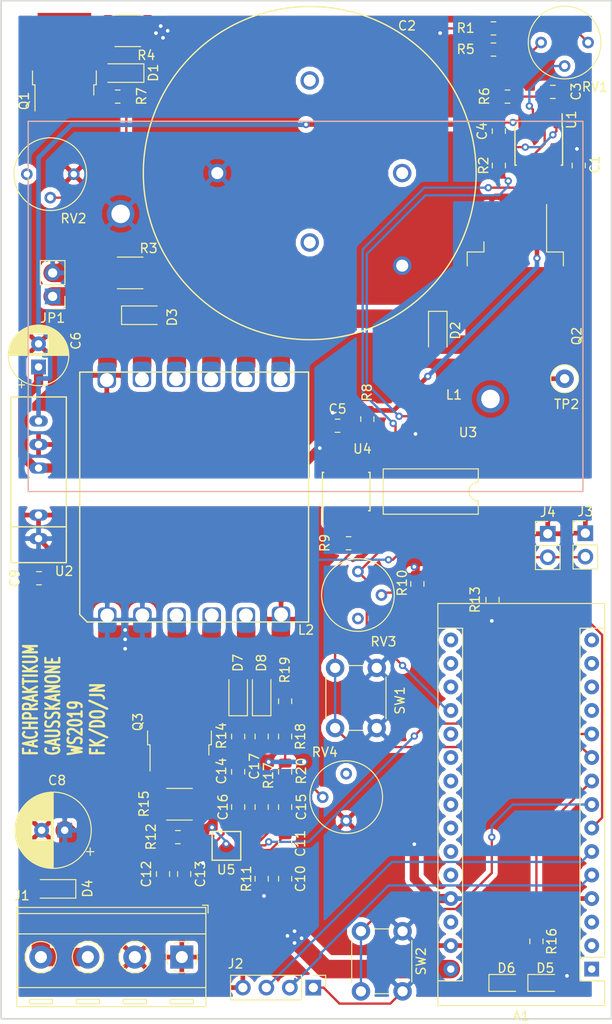
<source format=kicad_pcb>
(kicad_pcb (version 20171130) (host pcbnew "(5.1.4-0-10_14)")
  (layers (0 F.Cu signal) (31 B.Cu signal) (34 B.Paste user) (35 F.Paste user) (36 B.SilkS user) (37 F.SilkS user) (38 B.Mask user) (39 F.Mask user) (44 Edge.Cuts user))
  (net 0 "")
  (net 1 "Net-(A1-Pad1)")
  (net 2 "Net-(A1-Pad17)")
  (net 3 "Net-(A1-Pad2)")
  (net 4 "Net-(A1-Pad18)")
  (net 5 "Net-(A1-Pad3)")
  (net 6 /UMeas)
  (net 7 GND)
  (net 8 "Net-(A1-Pad20)")
  (net 9 "Net-(A1-Pad5)")
  (net 10 "Net-(A1-Pad21)")
  (net 11 "Net-(A1-Pad6)")
  (net 12 "Net-(A1-Pad22)")
  (net 13 /READY)
  (net 14 "Net-(A1-Pad23)")
  (net 15 "Net-(A1-Pad8)")
  (net 16 "Net-(A1-Pad24)")
  (net 17 "Net-(A1-Pad9)")
  (net 18 "Net-(A1-Pad25)")
  (net 19 /IGNITION)
  (net 20 "Net-(A1-Pad26)")
  (net 21 /DCDC_EN)
  (net 22 +5V)
  (net 23 "Net-(A1-Pad12)")
  (net 24 "Net-(A1-Pad28)")
  (net 25 "Net-(A1-Pad13)")
  (net 26 "Net-(A1-Pad14)")
  (net 27 +12V)
  (net 28 "Net-(A1-Pad15)")
  (net 29 "Net-(A1-Pad16)")
  (net 30 /ISOGND)
  (net 31 /ISO+12V)
  (net 32 /ISO60V)
  (net 33 "Net-(C3-Pad1)")
  (net 34 "Net-(C3-Pad2)")
  (net 35 /ISO-12V)
  (net 36 "Net-(C10-Pad1)")
  (net 37 "Net-(C11-Pad1)")
  (net 38 "Net-(C12-Pad1)")
  (net 39 "Net-(C14-Pad1)")
  (net 40 "Net-(C15-Pad1)")
  (net 41 "Net-(C15-Pad2)")
  (net 42 "Net-(C16-Pad2)")
  (net 43 "Net-(C17-Pad1)")
  (net 44 "Net-(D1-Pad2)")
  (net 45 "Net-(D2-Pad2)")
  (net 46 "Net-(D3-Pad2)")
  (net 47 "Net-(D3-Pad1)")
  (net 48 "Net-(D4-Pad2)")
  (net 49 "Net-(D5-Pad1)")
  (net 50 "Net-(D7-Pad2)")
  (net 51 "Net-(D7-Pad1)")
  (net 52 "Net-(L2-Pad3)")
  (net 53 "Net-(Q1-Pad2)")
  (net 54 "Net-(Q2-Pad1)")
  (net 55 "Net-(Q3-Pad3)")
  (net 56 "Net-(Q3-Pad1)")
  (net 57 "Net-(R1-Pad1)")
  (net 58 "Net-(R2-Pad1)")
  (net 59 "Net-(R5-Pad1)")
  (net 60 "Net-(R7-Pad2)")
  (net 61 "Net-(R8-Pad1)")
  (net 62 "Net-(R9-Pad1)")
  (net 63 "Net-(R10-Pad1)")
  (net 64 "Net-(R12-Pad2)")
  (net 65 "Net-(R20-Pad1)")
  (net 66 "Net-(RV1-Pad2)")
  (net 67 "Net-(RV2-Pad3)")
  (net 68 "Net-(RV4-Pad3)")
  (net 69 "Net-(U3-Pad7)")
  (net 70 "Net-(U3-Pad8)")
  (net 71 "Net-(U4-Pad4)")
  (net 72 "Net-(U4-Pad1)")
  (net 73 "Net-(RV3-Pad3)")
  (module Connector_PinHeader_2.54mm:PinHeader_1x02_P2.54mm_Vertical (layer F.Cu) (at 91.694 68.326 180)
    (fp_text reference JP1 (at 0 -2.33 180) (layer F.SilkS))
    (fp_text value ILade)
    (pad 2 thru_hole oval (at 0 2.54 180) (size 1.7 1.7) (drill 1) (layers *.Cu *.Mask) (net 32 /ISO60V))
    (pad 1 thru_hole rect (at 0 0 180) (size 1.7 1.7) (drill 1) (layers *.Cu *.Mask) (net 47 "Net-(D3-Pad1)"))
  )
  (module Resistor_SMD:R_0805_2012Metric (layer F.Cu) (at 131.1425 99.3925 90)
    (fp_text reference R10 (at 0.1135 -1.65 90) (layer F.SilkS))
    (fp_text value 47K)
    (pad 2 smd roundrect (at 0.9375 0 90) (size 0.975 1.4) (layers F.Cu F.Paste F.Mask) (net 7 GND))
    (pad 1 smd roundrect (at -0.9375 0 90) (size 0.975 1.4) (layers F.Cu F.Paste F.Mask) (net 63 "Net-(R10-Pad1)"))
  )
  (module Resistor_SMD:R_1812_4532Metric (layer F.Cu) (at 100.076 65.786)
    (fp_text reference R3 (at 2.001 -2.65) (layer F.SilkS))
    (fp_text value 10K)
    (pad 2 smd roundrect (at 2.1375 0) (size 1.125 3.4) (layers F.Cu F.Paste F.Mask) (roundrect_rratio 0.222222) (net 30 /ISOGND))
    (pad 1 smd roundrect (at -2.1375 0) (size 1.125 3.4) (layers F.Cu F.Paste F.Mask) (roundrect_rratio 0.222222) (net 32 /ISO60V))
  )
  (module Diode_SMD:D_SOD-123 (layer F.Cu) (at 111.76 111.38 90)
    (fp_text reference D7 (at 3.465 -0.031 90) (layer F.SilkS))
    (fp_text value "D Aux")
    (pad 2 smd rect (at 1.65 0 90) (size 0.9 1.2) (layers F.Cu F.Paste F.Mask) (net 50 "Net-(D7-Pad2)"))
    (pad 1 smd rect (at -1.65 0 90) (size 0.9 1.2) (layers F.Cu F.Paste F.Mask) (net 51 "Net-(D7-Pad1)"))
  )
  (module Diode_SMD:D_SOD-123F (layer F.Cu) (at 92 132.334 180)
    (fp_text reference D4 (at -3.473 0.035 270) (layer F.SilkS))
    (fp_text value "D Input")
    (pad 2 smd rect (at 1.4 0 180) (size 1.1 1.1) (layers F.Cu F.Paste F.Mask) (net 48 "Net-(D4-Pad2)"))
    (pad 1 smd rect (at -1.4 0 180) (size 1.1 1.1) (layers F.Cu F.Paste F.Mask) (net 27 +12V))
  )
  (module Diode_SMD:D_SOD-123F (layer F.Cu) (at 133.35 72.136 270)
    (fp_text reference D2 (at -0.127 -1.905 270) (layer F.SilkS))
    (fp_text value Flyback)
    (pad 2 smd rect (at 1.4 0 270) (size 1.1 1.1) (layers F.Cu F.Paste F.Mask) (net 45 "Net-(D2-Pad2)"))
    (pad 1 smd rect (at -1.4 0 270) (size 1.1 1.1) (layers F.Cu F.Paste F.Mask) (net 32 /ISO60V))
  )
  (module Diode_SMD:D_SOD-123F (layer F.Cu) (at 101.346 70.358)
    (fp_text reference D3 (at 3.271 0.219 90) (layer F.SilkS))
    (fp_text value "D Sec")
    (pad 2 smd rect (at 1.4 0) (size 1.1 1.1) (layers F.Cu F.Paste F.Mask) (net 46 "Net-(D3-Pad2)"))
    (pad 1 smd rect (at -1.4 0) (size 1.1 1.1) (layers F.Cu F.Paste F.Mask) (net 47 "Net-(D3-Pad1)"))
  )
  (module Module:Arduino_Nano (layer F.Cu) (at 150 141 180)
    (fp_text reference A1 (at 7.62 -5.08 180) (layer F.SilkS))
    (fp_text value Arduino_Nano_v3.x)
    (pad 16 thru_hole oval (at 15.24 35.56 180) (size 1.6 1.6) (drill 0.8) (layers *.Cu *.Mask) (net 29 "Net-(A1-Pad16)"))
    (pad 15 thru_hole oval (at 0 35.56 180) (size 1.6 1.6) (drill 0.8) (layers *.Cu *.Mask) (net 28 "Net-(A1-Pad15)"))
    (pad 30 thru_hole oval (at 15.24 0 180) (size 1.6 1.6) (drill 0.8) (layers *.Cu *.Mask) (net 27 +12V))
    (pad 14 thru_hole oval (at 0 33.02 180) (size 1.6 1.6) (drill 0.8) (layers *.Cu *.Mask) (net 26 "Net-(A1-Pad14)"))
    (pad 29 thru_hole oval (at 15.24 2.54 180) (size 1.6 1.6) (drill 0.8) (layers *.Cu *.Mask) (net 7 GND))
    (pad 13 thru_hole oval (at 0 30.48 180) (size 1.6 1.6) (drill 0.8) (layers *.Cu *.Mask) (net 25 "Net-(A1-Pad13)"))
    (pad 28 thru_hole oval (at 15.24 5.08 180) (size 1.6 1.6) (drill 0.8) (layers *.Cu *.Mask) (net 24 "Net-(A1-Pad28)"))
    (pad 12 thru_hole oval (at 0 27.94 180) (size 1.6 1.6) (drill 0.8) (layers *.Cu *.Mask) (net 23 "Net-(A1-Pad12)"))
    (pad 27 thru_hole oval (at 15.24 7.62 180) (size 1.6 1.6) (drill 0.8) (layers *.Cu *.Mask) (net 22 +5V))
    (pad 11 thru_hole oval (at 0 25.4 180) (size 1.6 1.6) (drill 0.8) (layers *.Cu *.Mask) (net 21 /DCDC_EN))
    (pad 26 thru_hole oval (at 15.24 10.16 180) (size 1.6 1.6) (drill 0.8) (layers *.Cu *.Mask) (net 20 "Net-(A1-Pad26)"))
    (pad 10 thru_hole oval (at 0 22.86 180) (size 1.6 1.6) (drill 0.8) (layers *.Cu *.Mask) (net 19 /IGNITION))
    (pad 25 thru_hole oval (at 15.24 12.7 180) (size 1.6 1.6) (drill 0.8) (layers *.Cu *.Mask) (net 18 "Net-(A1-Pad25)"))
    (pad 9 thru_hole oval (at 0 20.32 180) (size 1.6 1.6) (drill 0.8) (layers *.Cu *.Mask) (net 17 "Net-(A1-Pad9)"))
    (pad 24 thru_hole oval (at 15.24 15.24 180) (size 1.6 1.6) (drill 0.8) (layers *.Cu *.Mask) (net 16 "Net-(A1-Pad24)"))
    (pad 8 thru_hole oval (at 0 17.78 180) (size 1.6 1.6) (drill 0.8) (layers *.Cu *.Mask) (net 15 "Net-(A1-Pad8)"))
    (pad 23 thru_hole oval (at 15.24 17.78 180) (size 1.6 1.6) (drill 0.8) (layers *.Cu *.Mask) (net 14 "Net-(A1-Pad23)"))
    (pad 7 thru_hole oval (at 0 15.24 180) (size 1.6 1.6) (drill 0.8) (layers *.Cu *.Mask) (net 13 /READY))
    (pad 22 thru_hole oval (at 15.24 20.32 180) (size 1.6 1.6) (drill 0.8) (layers *.Cu *.Mask) (net 12 "Net-(A1-Pad22)"))
    (pad 6 thru_hole oval (at 0 12.7 180) (size 1.6 1.6) (drill 0.8) (layers *.Cu *.Mask) (net 11 "Net-(A1-Pad6)"))
    (pad 21 thru_hole oval (at 15.24 22.86 180) (size 1.6 1.6) (drill 0.8) (layers *.Cu *.Mask) (net 10 "Net-(A1-Pad21)"))
    (pad 5 thru_hole oval (at 0 10.16 180) (size 1.6 1.6) (drill 0.8) (layers *.Cu *.Mask) (net 9 "Net-(A1-Pad5)"))
    (pad 20 thru_hole oval (at 15.24 25.4 180) (size 1.6 1.6) (drill 0.8) (layers *.Cu *.Mask) (net 8 "Net-(A1-Pad20)"))
    (pad 4 thru_hole oval (at 0 7.62 180) (size 1.6 1.6) (drill 0.8) (layers *.Cu *.Mask) (net 7 GND))
    (pad 19 thru_hole oval (at 15.24 27.94 180) (size 1.6 1.6) (drill 0.8) (layers *.Cu *.Mask) (net 6 /UMeas))
    (pad 3 thru_hole oval (at 0 5.08 180) (size 1.6 1.6) (drill 0.8) (layers *.Cu *.Mask) (net 5 "Net-(A1-Pad3)"))
    (pad 18 thru_hole oval (at 15.24 30.48 180) (size 1.6 1.6) (drill 0.8) (layers *.Cu *.Mask) (net 4 "Net-(A1-Pad18)"))
    (pad 2 thru_hole oval (at 0 2.54 180) (size 1.6 1.6) (drill 0.8) (layers *.Cu *.Mask) (net 3 "Net-(A1-Pad2)"))
    (pad 17 thru_hole oval (at 15.24 33.02 180) (size 1.6 1.6) (drill 0.8) (layers *.Cu *.Mask) (net 2 "Net-(A1-Pad17)"))
    (pad 1 thru_hole rect (at 0 0 180) (size 1.6 1.6) (drill 0.8) (layers *.Cu *.Mask) (net 1 "Net-(A1-Pad1)"))
  )
  (module Capacitor_SMD:C_0805_2012Metric (layer F.Cu) (at 148.59 54.1805 270)
    (fp_text reference C1 (at -0.1135 -1.747 270) (layer F.SilkS))
    (fp_text value 100P)
    (pad 2 smd roundrect (at 0.9375 0 270) (size 0.975 1.4) (layers F.Cu F.Paste F.Mask) (net 30 /ISOGND))
    (pad 1 smd roundrect (at -0.9375 0 270) (size 0.975 1.4) (layers F.Cu F.Paste F.Mask) (net 31 /ISO+12V))
  )
  (module "Project:BC 58223" (layer F.Cu) (at 132 55 270)
    (fp_text reference C2 (at -15.919 1.983) (layer F.SilkS))
    (fp_text value 22M)
    (pad 2 thru_hole circle (at 10 2.5 270) (size 2 2) (drill 1.3) (layers *.Cu *.Mask) (net 30 /ISOGND))
    (pad NC thru_hole circle (at 7.5 12.5 270) (size 2 2) (drill 1.3) (layers *.Cu *.Mask))
    (pad NC thru_hole circle (at -10 12.5 270) (size 2 2) (drill 1.3) (layers *.Cu *.Mask))
    (pad NC thru_hole circle (at 0 2.5 270) (size 2 2) (drill 1.3) (layers *.Cu *.Mask))
    (pad 1 thru_hole circle (at 0 22.5 270) (size 2 2) (drill 1.3) (layers *.Cu *.Mask) (net 32 /ISO60V))
  )
  (module Capacitor_SMD:C_0805_2012Metric (layer F.Cu) (at 145.796 46.228 180)
    (fp_text reference C3 (at -2.509 0.035 270) (layer F.SilkS))
    (fp_text value 100P)
    (pad 2 smd roundrect (at 0.9375 0 180) (size 0.975 1.4) (layers F.Cu F.Paste F.Mask) (net 34 "Net-(C3-Pad2)"))
    (pad 1 smd roundrect (at -0.9375 0 180) (size 0.975 1.4) (layers F.Cu F.Paste F.Mask) (net 33 "Net-(C3-Pad1)"))
  )
  (module Capacitor_SMD:C_0805_2012Metric (layer F.Cu) (at 139.954 50.4675 270)
    (fp_text reference C4 (at 0 1.809 270) (layer F.SilkS))
    (fp_text value 100P)
    (pad 2 smd roundrect (at 0.9375 0 270) (size 0.975 1.4) (layers F.Cu F.Paste F.Mask) (net 30 /ISOGND))
    (pad 1 smd roundrect (at -0.9375 0 270) (size 0.975 1.4) (layers F.Cu F.Paste F.Mask) (net 35 /ISO-12V))
  )
  (module Capacitor_SMD:C_0805_2012Metric (layer F.Cu) (at 122.5065 82.296)
    (fp_text reference C5 (at 0 -1.813) (layer F.SilkS))
    (fp_text value 100P)
    (pad 2 smd roundrect (at 0.9375 0) (size 0.975 1.4) (layers F.Cu F.Paste F.Mask) (net 30 /ISOGND))
    (pad 1 smd roundrect (at -0.9375 0) (size 0.975 1.4) (layers F.Cu F.Paste F.Mask) (net 31 /ISO+12V))
  )
  (module Capacitor_THT:CP_Radial_D6.3mm_P2.50mm (layer F.Cu) (at 90.17 75.946 90)
    (fp_text reference C6 (at 2.829 4.033 90) (layer F.SilkS))
    (fp_text value 1U)
    (pad 2 thru_hole circle (at 2.5 0 90) (size 1.6 1.6) (drill 0.8) (layers *.Cu *.Mask) (net 30 /ISOGND))
    (pad 1 thru_hole rect (at 0 0 90) (size 1.6 1.6) (drill 0.8) (layers *.Cu *.Mask) (net 31 /ISO+12V))
  )
  (module Capacitor_THT:CP_Radial_D8.0mm_P2.50mm (layer F.Cu) (at 93 126 180)
    (fp_text reference C8 (at 0.829 5.385) (layer F.SilkS))
    (fp_text value CP)
    (pad 2 thru_hole circle (at 2.5 0 180) (size 1.6 1.6) (drill 0.8) (layers *.Cu *.Mask) (net 7 GND))
    (pad 1 thru_hole rect (at 0 0 180) (size 1.6 1.6) (drill 0.8) (layers *.Cu *.Mask) (net 27 +12V))
  )
  (module Capacitor_SMD:C_0805_2012Metric (layer F.Cu) (at 90.2175 98.771 180)
    (fp_text reference C9 (at 2.6185 0 270) (layer F.SilkS))
    (fp_text value 100P)
    (pad 2 smd roundrect (at 0.9375 0 180) (size 0.975 1.4) (layers F.Cu F.Paste F.Mask) (net 27 +12V))
    (pad 1 smd roundrect (at -0.9375 0 180) (size 0.975 1.4) (layers F.Cu F.Paste F.Mask) (net 7 GND))
  )
  (module Capacitor_SMD:C_0805_2012Metric (layer F.Cu) (at 116.84 131.2395 270)
    (fp_text reference C10 (at 0 -1.65 270) (layer F.SilkS))
    (fp_text value 100P)
    (pad 2 smd roundrect (at 0.9375 0 270) (size 0.975 1.4) (layers F.Cu F.Paste F.Mask) (net 7 GND))
    (pad 1 smd roundrect (at -0.9375 0 270) (size 0.975 1.4) (layers F.Cu F.Paste F.Mask) (net 36 "Net-(C10-Pad1)"))
  )
  (module Capacitor_SMD:C_0805_2012Metric (layer F.Cu) (at 116.84 127.4295 270)
    (fp_text reference C11 (at 0 -1.65 270) (layer F.SilkS))
    (fp_text value 220N)
    (pad 2 smd roundrect (at 0.9375 0 270) (size 0.975 1.4) (layers F.Cu F.Paste F.Mask) (net 7 GND))
    (pad 1 smd roundrect (at -0.9375 0 270) (size 0.975 1.4) (layers F.Cu F.Paste F.Mask) (net 37 "Net-(C11-Pad1)"))
  )
  (module Capacitor_SMD:C_0805_2012Metric (layer F.Cu) (at 103.632 130.7315 270)
    (fp_text reference C12 (at 0 1.809 270) (layer F.SilkS))
    (fp_text value 1U)
    (pad 2 smd roundrect (at 0.9375 0 270) (size 0.975 1.4) (layers F.Cu F.Paste F.Mask) (net 7 GND))
    (pad 1 smd roundrect (at -0.9375 0 270) (size 0.975 1.4) (layers F.Cu F.Paste F.Mask) (net 38 "Net-(C12-Pad1)"))
  )
  (module Capacitor_SMD:C_0805_2012Metric (layer F.Cu) (at 105.918 130.7315 270)
    (fp_text reference C13 (at 0 -1.747 270) (layer F.SilkS))
    (fp_text value 100N)
    (pad 2 smd roundrect (at 0.9375 0 270) (size 0.975 1.4) (layers F.Cu F.Paste F.Mask) (net 7 GND))
    (pad 1 smd roundrect (at -0.9375 0 270) (size 0.975 1.4) (layers F.Cu F.Paste F.Mask) (net 27 +12V))
  )
  (module Capacitor_SMD:C_0805_2012Metric (layer F.Cu) (at 111.76 119.6825 270)
    (fp_text reference C14 (at -0.0835 1.809 270) (layer F.SilkS))
    (fp_text value NC)
    (pad 2 smd roundrect (at 0.9375 0 270) (size 0.975 1.4) (layers F.Cu F.Paste F.Mask) (net 7 GND))
    (pad 1 smd roundrect (at -0.9375 0 270) (size 0.975 1.4) (layers F.Cu F.Paste F.Mask) (net 39 "Net-(C14-Pad1)"))
  )
  (module Capacitor_SMD:C_0805_2012Metric (layer F.Cu) (at 116.84 123.4925 90)
    (fp_text reference C15 (at 0 1.747 90) (layer F.SilkS))
    (fp_text value 2N2)
    (pad 2 smd roundrect (at 0.9375 0 90) (size 0.975 1.4) (layers F.Cu F.Paste F.Mask) (net 41 "Net-(C15-Pad2)"))
    (pad 1 smd roundrect (at -0.9375 0 90) (size 0.975 1.4) (layers F.Cu F.Paste F.Mask) (net 40 "Net-(C15-Pad1)"))
  )
  (module Capacitor_SMD:C_0805_2012Metric (layer F.Cu) (at 111.76 123.4925 90)
    (fp_text reference C16 (at 0 -1.65 90) (layer F.SilkS))
    (fp_text value NC)
    (pad 2 smd roundrect (at 0.9375 0 90) (size 0.975 1.4) (layers F.Cu F.Paste F.Mask) (net 42 "Net-(C16-Pad2)"))
    (pad 1 smd roundrect (at -0.9375 0 90) (size 0.975 1.4) (layers F.Cu F.Paste F.Mask) (net 40 "Net-(C15-Pad1)"))
  )
  (module Capacitor_SMD:C_0805_2012Metric (layer F.Cu) (at 114.3 115.8725 270)
    (fp_text reference C17 (at 3.2185 0.793 270) (layer F.SilkS))
    (fp_text value NC)
    (pad 2 smd roundrect (at 0.9375 0 270) (size 0.975 1.4) (layers F.Cu F.Paste F.Mask) (net 7 GND))
    (pad 1 smd roundrect (at -0.9375 0 270) (size 0.975 1.4) (layers F.Cu F.Paste F.Mask) (net 43 "Net-(C17-Pad1)"))
  )
  (module Diode_SMD:D_SOD-123 (layer F.Cu) (at 99.314 44.196 180)
    (fp_text reference D1 (at -3.271 0.035 270) (layer F.SilkS))
    (fp_text value "D Overv")
    (pad 2 smd rect (at 1.65 0 180) (size 0.9 1.2) (layers F.Cu F.Paste F.Mask) (net 44 "Net-(D1-Pad2)"))
    (pad 1 smd rect (at -1.65 0 180) (size 0.9 1.2) (layers F.Cu F.Paste F.Mask) (net 32 /ISO60V))
  )
  (module LED_SMD:LED_0805_2012Metric_Castellated (layer F.Cu) (at 144.9805 142.494)
    (fp_text reference D5 (at 0 -1.6) (layer F.SilkS))
    (fp_text value Green)
    (pad 2 smd roundrect (at 0.9625 0) (size 1.325 1.3) (layers F.Cu F.Paste F.Mask) (roundrect_rratio 0.192308) (net 22 +5V))
    (pad 1 smd roundrect (at -0.9625 0) (size 1.325 1.3) (layers F.Cu F.Paste F.Mask) (roundrect_rratio 0.192308) (net 49 "Net-(D5-Pad1)"))
  )
  (module LED_SMD:LED_0805_2012Metric_Castellated (layer F.Cu) (at 140.7695 142.494)
    (fp_text reference D6 (at 0 -1.6) (layer F.SilkS))
    (fp_text value Red)
    (pad 2 smd roundrect (at 0.9625 0) (size 1.325 1.3) (layers F.Cu F.Paste F.Mask) (roundrect_rratio 0.192308) (net 49 "Net-(D5-Pad1)"))
    (pad 1 smd roundrect (at -0.9625 0) (size 1.325 1.3) (layers F.Cu F.Paste F.Mask) (roundrect_rratio 0.192308) (net 7 GND))
  )
  (module Diode_SMD:D_SOD-123 (layer F.Cu) (at 114.3 111.38 90)
    (fp_text reference D8 (at 3.465 -0.031 90) (layer F.SilkS))
    (fp_text value "10V NC")
    (pad 2 smd rect (at 1.65 0 90) (size 0.9 1.2) (layers F.Cu F.Paste F.Mask) (net 7 GND))
    (pad 1 smd rect (at -1.65 0 90) (size 0.9 1.2) (layers F.Cu F.Paste F.Mask) (net 43 "Net-(C17-Pad1)"))
  )
  (module TerminalBlock_RND:TerminalBlock_RND_205-00289_1x04_P5.08mm_Horizontal (layer F.Cu) (at 105.664 139.7 180)
    (fp_text reference J1 (at 17.303 6.639) (layer F.SilkS))
    (fp_text value "Power Input")
    (pad 4 thru_hole circle (at 15.24 0 180) (size 2.5 2.5) (drill 1.3) (layers *.Cu *.Mask) (net 48 "Net-(D4-Pad2)"))
    (pad 3 thru_hole circle (at 10.16 0 180) (size 2.5 2.5) (drill 1.3) (layers *.Cu *.Mask) (net 48 "Net-(D4-Pad2)"))
    (pad 2 thru_hole circle (at 5.08 0 180) (size 2.5 2.5) (drill 1.3) (layers *.Cu *.Mask) (net 7 GND))
    (pad 1 thru_hole rect (at 0 0 180) (size 2.5 2.5) (drill 1.3) (layers *.Cu *.Mask) (net 7 GND))
  )
  (module Connector_PinHeader_2.54mm:PinHeader_1x04_P2.54mm_Vertical (layer F.Cu) (at 119.888 143 270)
    (fp_text reference J2 (at -2.573 8.413) (layer F.SilkS))
    (fp_text value Speedsensor)
    (pad 4 thru_hole oval (at 0 7.62 270) (size 1.7 1.7) (drill 1) (layers *.Cu *.Mask) (net 7 GND))
    (pad 3 thru_hole oval (at 0 5.08 270) (size 1.7 1.7) (drill 1) (layers *.Cu *.Mask) (net 11 "Net-(A1-Pad6)"))
    (pad 2 thru_hole oval (at 0 2.54 270) (size 1.7 1.7) (drill 1) (layers *.Cu *.Mask) (net 9 "Net-(A1-Pad5)"))
    (pad 1 thru_hole rect (at 0 0 270) (size 1.7 1.7) (drill 1) (layers *.Cu *.Mask) (net 22 +5V))
  )
  (module Connector_PinHeader_2.54mm:PinHeader_1x02_P2.54mm_Vertical (layer F.Cu) (at 149.30921 93.902874)
    (fp_text reference J3 (at 0 -2.33) (layer F.SilkS))
    (fp_text value "System Bus")
    (pad 2 thru_hole oval (at 0 2.54) (size 1.7 1.7) (drill 1) (layers *.Cu *.Mask) (net 13 /READY))
    (pad 1 thru_hole rect (at 0 0) (size 1.7 1.7) (drill 1) (layers *.Cu *.Mask) (net 7 GND))
  )
  (module Connector_PinHeader_2.54mm:PinHeader_1x02_P2.54mm_Vertical (layer F.Cu) (at 145.24521 93.966874)
    (fp_text reference J4 (at 0 -2.33) (layer F.SilkS))
    (fp_text value "System Bus")
    (pad 2 thru_hole oval (at 0 2.54) (size 1.7 1.7) (drill 1) (layers *.Cu *.Mask) (net 13 /READY))
    (pad 1 thru_hole rect (at 0 0) (size 1.7 1.7) (drill 1) (layers *.Cu *.Mask) (net 7 GND))
  )
  (module Project:GK-L01 (layer B.Cu) (at 130.048 73.406 180)
    (fp_text reference L1 (at -5.049 -5.553 180) (layer F.SilkS))
    (fp_text value L)
    (pad 2 thru_hole circle (at -9 -6 180) (size 3 3) (drill 2) (layers *.Cu *.Mask) (net 45 "Net-(D2-Pad2)"))
    (pad 1 thru_hole circle (at 31 14 180) (size 3 3) (drill 2) (layers *.Cu *.Mask) (net 32 /ISO60V))
  )
  (module Project:PA582-AL (layer F.Cu) (at 107 90)
    (fp_text reference L2 (at 12.095 14.359 180) (layer F.SilkS))
    (fp_text value PA6582-AL)
    (pad 9 thru_hole roundrect (at 1.85 -12.75 180) (size 2 2.75) (drill 1.5 (offset 0 0.5)) (layers *.Cu *.Mask))
    (pad 8 thru_hole roundrect (at 5.55 -12.75 180) (size 2 2.75) (drill 1.5 (offset 0 0.5)) (layers *.Cu *.Mask))
    (pad 7 thru_hole roundrect (at 9.35 -12.75 180) (size 2 2.75) (drill 1.5 (offset 0 0.5)) (layers *.Cu *.Mask) (net 46 "Net-(D3-Pad2)"))
    (pad 11 thru_hole roundrect (at -5.65 -12.75 180) (size 2 2.75) (drill 1.5 (offset 0 0.5)) (layers *.Cu *.Mask))
    (pad 10 thru_hole roundrect (at -1.95 -12.75 180) (size 2 2.75) (drill 1.5 (offset 0 0.5)) (layers *.Cu *.Mask))
    (pad 12 thru_hole roundrect (at -9.448 -12.65 180) (size 2 2.75) (drill 1.5 (offset 0 0.5)) (layers *.Cu *.Mask) (net 30 /ISOGND))
    (pad 1 thru_hole roundrect (at -9.4 12.8) (size 2 2.75) (drill 1.5 (offset 0 0.5)) (layers *.Cu *.Mask) (net 27 +12V))
    (pad 2 thru_hole roundrect (at -5.6 12.8) (size 2 2.75) (drill 1.5 (offset 0 0.5)) (layers *.Cu *.Mask) (net 27 +12V))
    (pad 3 thru_hole roundrect (at -1.9 12.8) (size 2 2.75) (drill 1.5 (offset 0 0.5)) (layers *.Cu *.Mask) (net 52 "Net-(L2-Pad3)"))
    (pad 4 thru_hole roundrect (at 1.9 12.8) (size 2 2.75) (drill 1.5 (offset 0 0.5)) (layers *.Cu *.Mask) (net 52 "Net-(L2-Pad3)"))
    (pad 5 thru_hole roundrect (at 5.6 12.8) (size 2 2.75) (drill 1.5 (offset 0 0.5)) (layers *.Cu *.Mask) (net 50 "Net-(D7-Pad2)"))
    (pad 6 smd rect (at 9.375 15.375) (size 2 2.75) (layers F.Cu F.Paste F.Mask) (net 7 GND))
    (pad 7 smd rect (at 9.375 -15.375) (size 2 2.75) (layers F.Cu F.Paste F.Mask) (net 46 "Net-(D3-Pad2)"))
    (pad 5 smd rect (at 5.625 15.375) (size 2 2.75) (layers F.Cu F.Paste F.Mask) (net 50 "Net-(D7-Pad2)"))
    (pad 8 smd rect (at 5.625 -15.375) (size 2 2.75) (layers F.Cu F.Paste F.Mask))
    (pad 4 smd rect (at 1.875 15.375) (size 2 2.75) (layers F.Cu F.Paste F.Mask) (net 52 "Net-(L2-Pad3)"))
    (pad 9 smd rect (at 1.875 -15.375) (size 2 2.75) (layers F.Cu F.Paste F.Mask))
    (pad 3 smd rect (at -1.875 15.375) (size 2 2.75) (layers F.Cu F.Paste F.Mask) (net 52 "Net-(L2-Pad3)"))
    (pad 10 smd rect (at -1.875 -15.375) (size 2 2.75) (layers F.Cu F.Paste F.Mask))
    (pad 2 smd rect (at -5.625 15.375) (size 2 2.75) (layers F.Cu F.Paste F.Mask) (net 27 +12V))
    (pad 11 smd rect (at -5.625 -15.375) (size 2 2.75) (layers F.Cu F.Paste F.Mask))
    (pad 1 smd rect (at -9.375 15.375) (size 2 2.75) (layers F.Cu F.Paste F.Mask) (net 27 +12V))
    (pad 12 smd rect (at -9.375 -15.375) (size 2 2.75) (layers F.Cu F.Paste F.Mask) (net 30 /ISOGND))
    (pad 6 thru_hole roundrect (at 9.398 12.7) (size 2 2.75) (drill 1.5 (offset 0 0.5)) (layers *.Cu *.Mask) (net 7 GND))
  )
  (module Package_TO_SOT_SMD:TO-252-3_TabPin2 (layer F.Cu) (at 92.964 42.994 90)
    (fp_text reference Q1 (at -4.215 -4.349 90) (layer F.SilkS))
    (fp_text value Overvoltage)
    (pad 2 smd rect (at 2.1 0 90) (size 6.4 5.8) (layers F.Cu F.Mask) (net 53 "Net-(Q1-Pad2)"))
    (pad 3 smd rect (at -4.2 2.28 90) (size 2.2 1.2) (layers F.Cu F.Paste F.Mask) (net 30 /ISOGND))
    (pad 2 smd rect (at -4.2 0 90) (size 2.2 1.2) (layers F.Cu F.Paste F.Mask) (net 53 "Net-(Q1-Pad2)"))
    (pad 1 smd rect (at -4.2 -2.28 90) (size 2.2 1.2) (layers F.Cu F.Paste F.Mask) (net 44 "Net-(D1-Pad2)"))
  )
  (module Package_TO_SOT_SMD:TO-263-3_TabPin2 (layer F.Cu) (at 141.732 66.475 270)
    (fp_text reference Q2 (at 6.134 -6.65 270) (layer F.SilkS))
    (fp_text value CSD19536KTT)
    (pad 2 smd rect (at 3.375 0 270) (size 9.4 10.8) (layers F.Cu F.Mask) (net 45 "Net-(D2-Pad2)"))
    (pad 3 smd rect (at -5.775 2.54 270) (size 4.6 1.1) (layers F.Cu F.Paste F.Mask) (net 30 /ISOGND))
    (pad 2 smd rect (at -5.775 0 270) (size 4.6 1.1) (layers F.Cu F.Paste F.Mask) (net 45 "Net-(D2-Pad2)"))
    (pad 1 smd rect (at -5.775 -2.54 270) (size 4.6 1.1) (layers F.Cu F.Paste F.Mask) (net 54 "Net-(Q2-Pad1)"))
  )
  (module Package_TO_SOT_SMD:TO-252-3_TabPin2 (layer F.Cu) (at 105.41 114.3 90)
    (fp_text reference Q3 (at 0 -4.5 90) (layer F.SilkS))
    (fp_text value DCDC)
    (pad 2 smd rect (at 2.1 0 90) (size 6.4 5.8) (layers F.Cu F.Mask) (net 52 "Net-(L2-Pad3)"))
    (pad 3 smd rect (at -4.2 2.28 90) (size 2.2 1.2) (layers F.Cu F.Paste F.Mask) (net 55 "Net-(Q3-Pad3)"))
    (pad 2 smd rect (at -4.2 0 90) (size 2.2 1.2) (layers F.Cu F.Paste F.Mask) (net 52 "Net-(L2-Pad3)"))
    (pad 1 smd rect (at -4.2 -2.28 90) (size 2.2 1.2) (layers F.Cu F.Paste F.Mask) (net 56 "Net-(Q3-Pad1)"))
  )
  (module Resistor_SMD:R_0805_2012Metric (layer F.Cu) (at 139.3675 39.37 180)
    (fp_text reference R1 (at 3.0005 0.035 180) (layer F.SilkS))
    (fp_text value 8K2)
    (pad 2 smd roundrect (at 0.9375 0 180) (size 0.975 1.4) (layers F.Cu F.Paste F.Mask) (net 32 /ISO60V))
    (pad 1 smd roundrect (at -0.9375 0 180) (size 0.975 1.4) (layers F.Cu F.Paste F.Mask) (net 57 "Net-(R1-Pad1)"))
  )
  (module Resistor_SMD:R_0805_2012Metric (layer F.Cu) (at 139.954 54.1805 90)
    (fp_text reference R2 (at 0 -1.65 90) (layer F.SilkS))
    (fp_text value 100)
    (pad 2 smd roundrect (at 0.9375 0 90) (size 0.975 1.4) (layers F.Cu F.Paste F.Mask) (net 33 "Net-(C3-Pad1)"))
    (pad 1 smd roundrect (at -0.9375 0 90) (size 0.975 1.4) (layers F.Cu F.Paste F.Mask) (net 58 "Net-(R2-Pad1)"))
  )
  (module Resistor_SMD:R_1812_4532Metric (layer F.Cu) (at 99.822 39.624 180)
    (fp_text reference R4 (at -2.001 -2.65) (layer F.SilkS))
    (fp_text value 330R)
    (pad 2 smd roundrect (at 2.1375 0 180) (size 1.125 3.4) (layers F.Cu F.Paste F.Mask) (roundrect_rratio 0.222222) (net 53 "Net-(Q1-Pad2)"))
    (pad 1 smd roundrect (at -2.1375 0 180) (size 1.125 3.4) (layers F.Cu F.Paste F.Mask) (roundrect_rratio 0.222222) (net 32 /ISO60V))
  )
  (module Resistor_SMD:R_0805_2012Metric (layer F.Cu) (at 139.3675 41.656 180)
    (fp_text reference R5 (at 3.0005 0.035 180) (layer F.SilkS))
    (fp_text value 91K)
    (pad 2 smd roundrect (at 0.9375 0 180) (size 0.975 1.4) (layers F.Cu F.Paste F.Mask) (net 30 /ISOGND))
    (pad 1 smd roundrect (at -0.9375 0 180) (size 0.975 1.4) (layers F.Cu F.Paste F.Mask) (net 59 "Net-(R5-Pad1)"))
  )
  (module Resistor_SMD:R_0805_2012Metric (layer F.Cu) (at 140.8915 46.736 180)
    (fp_text reference R6 (at 2.4925 0.035 270) (layer F.SilkS))
    (fp_text value 70K)
    (pad 2 smd roundrect (at 0.9375 0 180) (size 0.975 1.4) (layers F.Cu F.Paste F.Mask) (net 30 /ISOGND))
    (pad 1 smd roundrect (at -0.9375 0 180) (size 0.975 1.4) (layers F.Cu F.Paste F.Mask) (net 34 "Net-(C3-Pad2)"))
  )
  (module Resistor_SMD:R_0805_2012Metric (layer F.Cu) (at 98.7275 46.736)
    (fp_text reference R7 (at 2.5875 -0.035 90) (layer F.SilkS))
    (fp_text value 10K)
    (pad 2 smd roundrect (at 0.9375 0) (size 0.975 1.4) (layers F.Cu F.Paste F.Mask) (net 60 "Net-(R7-Pad2)"))
    (pad 1 smd roundrect (at -0.9375 0) (size 0.975 1.4) (layers F.Cu F.Paste F.Mask) (net 44 "Net-(D1-Pad2)"))
  )
  (module Resistor_SMD:R_0805_2012Metric (layer F.Cu) (at 125.73 81.5825 90)
    (fp_text reference R8 (at 2.8775 -0.031 90) (layer F.SilkS))
    (fp_text value 0R)
    (pad 2 smd roundrect (at 0.9375 0 90) (size 0.975 1.4) (layers F.Cu F.Paste F.Mask) (net 54 "Net-(Q2-Pad1)"))
    (pad 1 smd roundrect (at -0.9375 0 90) (size 0.975 1.4) (layers F.Cu F.Paste F.Mask) (net 61 "Net-(R8-Pad1)"))
  )
  (module Resistor_SMD:R_0805_2012Metric (layer F.Cu) (at 123.698 94.996)
    (fp_text reference R9 (at -2.571 -0.035 90) (layer F.SilkS))
    (fp_text value 2K7)
    (pad 2 smd roundrect (at 0.9375 0) (size 0.975 1.4) (layers F.Cu F.Paste F.Mask) (net 19 /IGNITION))
    (pad 1 smd roundrect (at -0.9375 0) (size 0.975 1.4) (layers F.Cu F.Paste F.Mask) (net 62 "Net-(R9-Pad1)"))
  )
  (module Resistor_SMD:R_0805_2012Metric (layer F.Cu) (at 114.3 131.2395 90)
    (fp_text reference R11 (at 0 -1.65 90) (layer F.SilkS))
    (fp_text value 400K)
    (pad 2 smd roundrect (at 0.9375 0 90) (size 0.975 1.4) (layers F.Cu F.Paste F.Mask) (net 36 "Net-(C10-Pad1)"))
    (pad 1 smd roundrect (at -0.9375 0 90) (size 0.975 1.4) (layers F.Cu F.Paste F.Mask) (net 27 +12V))
  )
  (module Resistor_SMD:R_0805_2012Metric (layer F.Cu) (at 105.2345 126.746)
    (fp_text reference R12 (at -2.9035 -0.035 90) (layer F.SilkS))
    (fp_text value 0R)
    (pad 2 smd roundrect (at 0.9375 0) (size 0.975 1.4) (layers F.Cu F.Paste F.Mask) (net 64 "Net-(R12-Pad2)"))
    (pad 1 smd roundrect (at -0.9375 0) (size 0.975 1.4) (layers F.Cu F.Paste F.Mask) (net 56 "Net-(Q3-Pad1)"))
  )
  (module Resistor_SMD:R_0805_2012Metric (layer F.Cu) (at 139.2705 101.092 270)
    (fp_text reference R13 (at 0 1.8875 270) (layer F.SilkS))
    (fp_text value 1K)
    (pad 2 smd roundrect (at 0.9375 0 270) (size 0.975 1.4) (layers F.Cu F.Paste F.Mask) (net 22 +5V))
    (pad 1 smd roundrect (at -0.9375 0 270) (size 0.975 1.4) (layers F.Cu F.Paste F.Mask) (net 13 /READY))
  )
  (module Resistor_SMD:R_0805_2012Metric (layer F.Cu) (at 111.76 115.8725 270)
    (fp_text reference R14 (at -0.0835 1.809 270) (layer F.SilkS))
    (fp_text value 0R)
    (pad 2 smd roundrect (at 0.9375 0 270) (size 0.975 1.4) (layers F.Cu F.Paste F.Mask) (net 39 "Net-(C14-Pad1)"))
    (pad 1 smd roundrect (at -0.9375 0 270) (size 0.975 1.4) (layers F.Cu F.Paste F.Mask) (net 55 "Net-(Q3-Pad3)"))
  )
  (module Resistor_SMD:R_1812_4532Metric (layer F.Cu) (at 105.41 123.19 180)
    (fp_text reference R15 (at 3.841 0.035 270) (layer F.SilkS))
    (fp_text value 82m)
    (pad 2 smd roundrect (at 2.1375 0 180) (size 1.125 3.4) (layers F.Cu F.Paste F.Mask) (roundrect_rratio 0.222222) (net 7 GND))
    (pad 1 smd roundrect (at -2.1375 0 180) (size 1.125 3.4) (layers F.Cu F.Paste F.Mask) (roundrect_rratio 0.222222) (net 55 "Net-(Q3-Pad3)"))
  )
  (module Resistor_SMD:R_0805_2012Metric (layer F.Cu) (at 144.018 138.0005 270)
    (fp_text reference R16 (at 0 -1.65 270) (layer F.SilkS))
    (fp_text value 200R)
    (pad 2 smd roundrect (at 0.9375 0 270) (size 0.975 1.4) (layers F.Cu F.Paste F.Mask) (net 49 "Net-(D5-Pad1)"))
    (pad 1 smd roundrect (at -0.9375 0 270) (size 0.975 1.4) (layers F.Cu F.Paste F.Mask) (net 17 "Net-(A1-Pad9)"))
  )
  (module Resistor_SMD:R_0805_2012Metric (layer F.Cu) (at 114.3 123.4925 270)
    (fp_text reference R17 (at -3.3855 -0.731 270) (layer F.SilkS))
    (fp_text value 22K)
    (pad 2 smd roundrect (at 0.9375 0 270) (size 0.975 1.4) (layers F.Cu F.Paste F.Mask) (net 41 "Net-(C15-Pad2)"))
    (pad 1 smd roundrect (at -0.9375 0 270) (size 0.975 1.4) (layers F.Cu F.Paste F.Mask) (net 42 "Net-(C16-Pad2)"))
  )
  (module Resistor_SMD:R_0805_2012Metric (layer F.Cu) (at 116.84 115.8725 270)
    (fp_text reference R18 (at 0 -1.65 270) (layer F.SilkS))
    (fp_text value 10K)
    (pad 2 smd roundrect (at 0.9375 0 270) (size 0.975 1.4) (layers F.Cu F.Paste F.Mask) (net 42 "Net-(C16-Pad2)"))
    (pad 1 smd roundrect (at -0.9375 0 270) (size 0.975 1.4) (layers F.Cu F.Paste F.Mask) (net 43 "Net-(C17-Pad1)"))
  )
  (module Resistor_SMD:R_0805_2012Metric (layer F.Cu) (at 116.84 112.0625 270)
    (fp_text reference R19 (at -3.3855 0.031 270) (layer F.SilkS))
    (fp_text value 0R)
    (pad 2 smd roundrect (at 0.9375 0 270) (size 0.975 1.4) (layers F.Cu F.Paste F.Mask) (net 43 "Net-(C17-Pad1)"))
    (pad 1 smd roundrect (at -0.9375 0 270) (size 0.975 1.4) (layers F.Cu F.Paste F.Mask) (net 51 "Net-(D7-Pad1)"))
  )
  (module Resistor_SMD:R_0805_2012Metric (layer F.Cu) (at 116.84 119.6825 90)
    (fp_text reference R20 (at 0.0835 1.747 90) (layer F.SilkS))
    (fp_text value 0R)
    (pad 2 smd roundrect (at 0.9375 0 90) (size 0.975 1.4) (layers F.Cu F.Paste F.Mask) (net 42 "Net-(C16-Pad2)"))
    (pad 1 smd roundrect (at -0.9375 0 90) (size 0.975 1.4) (layers F.Cu F.Paste F.Mask) (net 65 "Net-(R20-Pad1)"))
  )
  (module Potentiometer_THT:Potentiometer_Bourns_3339P_Vertical (layer F.Cu) (at 149.606 40.894 90)
    (fp_text reference RV1 (at -4.791 0.731 180) (layer F.SilkS))
    (fp_text value 10K)
    (pad 1 thru_hole circle (at 0 0 90) (size 1.26 1.26) (drill 0.7) (layers *.Cu *.Mask) (net 57 "Net-(R1-Pad1)"))
    (pad 2 thru_hole circle (at -2.54 -2.54 90) (size 1.26 1.26) (drill 0.7) (layers *.Cu *.Mask) (net 66 "Net-(RV1-Pad2)"))
    (pad 3 thru_hole circle (at 0 -5.08 90) (size 1.26 1.26) (drill 0.7) (layers *.Cu *.Mask) (net 59 "Net-(R5-Pad1)"))
  )
  (module Potentiometer_THT:Potentiometer_Bourns_3339P_Vertical (layer F.Cu) (at 93.98 55.118 90)
    (fp_text reference RV2 (at -4.791 -0.031 180) (layer F.SilkS))
    (fp_text value 10K)
    (pad 1 thru_hole circle (at 0 0 90) (size 1.26 1.26) (drill 0.7) (layers *.Cu *.Mask) (net 30 /ISOGND))
    (pad 2 thru_hole circle (at -2.54 -2.54 90) (size 1.26 1.26) (drill 0.7) (layers *.Cu *.Mask) (net 60 "Net-(R7-Pad2)"))
    (pad 3 thru_hole circle (at 0 -5.08 90) (size 1.26 1.26) (drill 0.7) (layers *.Cu *.Mask) (net 67 "Net-(RV2-Pad3)"))
  )
  (module Potentiometer_THT:Potentiometer_Bourns_3339P_Vertical (layer F.Cu) (at 124.714 98.044 180)
    (fp_text reference RV3 (at -2.763 -7.585 180) (layer F.SilkS))
    (fp_text value 20K)
    (pad 1 thru_hole circle (at 0 0 180) (size 1.26 1.26) (drill 0.7) (layers *.Cu *.Mask) (net 6 /UMeas))
    (pad 2 thru_hole circle (at -2.54 -2.54 180) (size 1.26 1.26) (drill 0.7) (layers *.Cu *.Mask) (net 63 "Net-(R10-Pad1)"))
    (pad 3 thru_hole circle (at 0 -5.08 180) (size 1.26 1.26) (drill 0.7) (layers *.Cu *.Mask) (net 73 "Net-(RV3-Pad3)"))
  )
  (module Potentiometer_THT:Potentiometer_Bourns_3339P_Vertical (layer F.Cu) (at 123.444 124.968)
    (fp_text reference RV4 (at -2.317 -7.401) (layer F.SilkS))
    (fp_text value 2K)
    (pad 1 thru_hole circle (at 0 0) (size 1.26 1.26) (drill 0.7) (layers *.Cu *.Mask) (net 7 GND))
    (pad 2 thru_hole circle (at -2.54 -2.54) (size 1.26 1.26) (drill 0.7) (layers *.Cu *.Mask) (net 65 "Net-(R20-Pad1)"))
    (pad 3 thru_hole circle (at 0 -5.08) (size 1.26 1.26) (drill 0.7) (layers *.Cu *.Mask) (net 68 "Net-(RV4-Pad3)"))
  )
  (module Button_Switch_THT:SW_PUSH_6mm_H7.3mm (layer F.Cu) (at 126.746 108.458 270)
    (fp_text reference SW1 (at 3.521 -2.509 90) (layer F.SilkS))
    (fp_text value SW_DIP_x01)
    (pad 1 thru_hole circle (at 6.5 0) (size 2 2) (drill 1.1) (layers *.Cu *.Mask) (net 22 +5V))
    (pad 2 thru_hole circle (at 6.5 4.5) (size 2 2) (drill 1.1) (layers *.Cu *.Mask) (net 19 /IGNITION))
    (pad 1 thru_hole circle (at 0 0) (size 2 2) (drill 1.1) (layers *.Cu *.Mask) (net 22 +5V))
    (pad 2 thru_hole circle (at 0 4.5) (size 2 2) (drill 1.1) (layers *.Cu *.Mask) (net 19 /IGNITION))
  )
  (module Button_Switch_THT:SW_PUSH_6mm_H7.3mm (layer F.Cu) (at 129.54 136.906 270)
    (fp_text reference SW2 (at 3.25 -2 270) (layer F.SilkS))
    (fp_text value SW_DIP_x01)
    (pad 1 thru_hole circle (at 6.5 0) (size 2 2) (drill 1.1) (layers *.Cu *.Mask) (net 22 +5V))
    (pad 2 thru_hole circle (at 6.5 4.5) (size 2 2) (drill 1.1) (layers *.Cu *.Mask) (net 15 "Net-(A1-Pad8)"))
    (pad 1 thru_hole circle (at 0 0) (size 2 2) (drill 1.1) (layers *.Cu *.Mask) (net 22 +5V))
    (pad 2 thru_hole circle (at 0 4.5) (size 2 2) (drill 1.1) (layers *.Cu *.Mask) (net 15 "Net-(A1-Pad8)"))
  )
  (module TestPoint:TestPoint_Loop_D1.80mm_Drill1.0mm_Beaded (layer F.Cu) (at 147.066 77.216)
    (fp_text reference TP2 (at 0.223 2.759) (layer F.SilkS))
    (fp_text value UFreilauf)
    (pad 1 thru_hole circle (at 0 0) (size 2 2) (drill 1) (layers *.Cu *.Mask) (net 45 "Net-(D2-Pad2)"))
  )
  (module Package_SO:SOIC-8_3.9x4.9mm_P1.27mm (layer F.Cu) (at 144.272 52.07 270)
    (fp_text reference U1 (at -2.829 -3.525 270) (layer F.SilkS))
    (fp_text value OPA1678)
    (pad 8 smd rect (at 2.7 -1.905 270) (size 1.55 0.6) (layers F.Cu F.Paste F.Mask) (net 31 /ISO+12V))
    (pad 7 smd rect (at 2.7 -0.635 270) (size 1.55 0.6) (layers F.Cu F.Paste F.Mask))
    (pad 6 smd rect (at 2.7 0.635 270) (size 1.55 0.6) (layers F.Cu F.Paste F.Mask))
    (pad 5 smd rect (at 2.7 1.905 270) (size 1.55 0.6) (layers F.Cu F.Paste F.Mask))
    (pad 4 smd rect (at -2.7 1.905 270) (size 1.55 0.6) (layers F.Cu F.Paste F.Mask) (net 35 /ISO-12V))
    (pad 3 smd rect (at -2.7 0.635 270) (size 1.55 0.6) (layers F.Cu F.Paste F.Mask) (net 66 "Net-(RV1-Pad2)"))
    (pad 2 smd rect (at -2.7 -0.635 270) (size 1.55 0.6) (layers F.Cu F.Paste F.Mask) (net 34 "Net-(C3-Pad2)"))
    (pad 1 smd rect (at -2.7 -1.905 270) (size 1.55 0.6) (layers F.Cu F.Paste F.Mask) (net 33 "Net-(C3-Pad1)"))
  )
  (module Project:DPU01 (layer F.Cu) (at 90.17 93.218 90)
    (fp_text reference U2 (at -4.791 2.763 180) (layer F.SilkS))
    (fp_text value DPU01)
    (pad 6 thru_hole oval (at 11.43 0 90) (size 1.2 2) (drill 0.8) (layers *.Cu *.Mask) (net 35 /ISO-12V))
    (pad 5 thru_hole oval (at 8.89 0 90) (size 1.2 2) (drill 0.8) (layers *.Cu *.Mask) (net 30 /ISOGND))
    (pad 4 thru_hole oval (at 6.35 0 90) (size 1.2 2) (drill 0.8) (layers *.Cu *.Mask) (net 31 /ISO+12V))
    (pad 2 thru_hole oval (at 1.27 0 90) (size 1.2 2) (drill 0.8) (layers *.Cu *.Mask) (net 7 GND))
    (pad 1 thru_hole oval (at -1.27 0 90) (size 1.2 2) (drill 0.8) (layers *.Cu *.Mask) (net 27 +12V))
  )
  (module Package_DIP:PowerIntegrations_SMD-8 (layer F.Cu) (at 132.588 89.408 270)
    (fp_text reference U3 (at -6.385 -4.033) (layer F.SilkS))
    (fp_text value IL300)
    (pad 8 smd rect (at 4.3 -3.81 270) (size 2 1.17) (layers F.Cu F.Paste F.Mask) (net 70 "Net-(U3-Pad8)"))
    (pad 7 smd rect (at 4.3 -1.27 270) (size 2 1.52) (layers F.Cu F.Paste F.Mask) (net 69 "Net-(U3-Pad7)"))
    (pad 5 smd rect (at 4.3 3.81 270) (size 2 1.17) (layers F.Cu F.Paste F.Mask) (net 6 /UMeas))
    (pad 4 smd rect (at -4.3 3.81 270) (size 2 1.17) (layers F.Cu F.Paste F.Mask) (net 34 "Net-(C3-Pad2)"))
    (pad 3 smd rect (at -4.3 1.27 270) (size 2 1.52) (layers F.Cu F.Paste F.Mask) (net 31 /ISO+12V))
    (pad 2 smd rect (at -4.3 -1.27 270) (size 2 1.52) (layers F.Cu F.Paste F.Mask) (net 58 "Net-(R2-Pad1)"))
    (pad 1 smd rect (at -4.3 -3.81 270) (size 2 1.17) (layers F.Cu F.Paste F.Mask) (net 30 /ISOGND))
    (pad 6 smd rect (at 4.3 1.27 270) (size 2 1.52) (layers F.Cu F.Paste F.Mask) (net 27 +12V))
  )
  (module Package_SO:SOIC-8_3.9x4.9mm_P1.27mm (layer F.Cu) (at 123.444 89.408 90)
    (fp_text reference U4 (at 4.607 1.747 180) (layer F.SilkS))
    (fp_text value Si8220)
    (pad 8 smd rect (at 2.7 -1.905 90) (size 1.55 0.6) (layers F.Cu F.Paste F.Mask) (net 31 /ISO+12V))
    (pad 7 smd rect (at 2.7 -0.635 90) (size 1.55 0.6) (layers F.Cu F.Paste F.Mask) (net 61 "Net-(R8-Pad1)"))
    (pad 6 smd rect (at 2.7 0.635 90) (size 1.55 0.6) (layers F.Cu F.Paste F.Mask) (net 61 "Net-(R8-Pad1)"))
    (pad 5 smd rect (at 2.7 1.905 90) (size 1.55 0.6) (layers F.Cu F.Paste F.Mask) (net 30 /ISOGND))
    (pad 4 smd rect (at -2.7 1.905 90) (size 1.55 0.6) (layers F.Cu F.Paste F.Mask) (net 71 "Net-(U4-Pad4)"))
    (pad 3 smd rect (at -2.7 0.635 90) (size 1.55 0.6) (layers F.Cu F.Paste F.Mask) (net 7 GND))
    (pad 2 smd rect (at -2.7 -0.635 90) (size 1.55 0.6) (layers F.Cu F.Paste F.Mask) (net 62 "Net-(R9-Pad1)"))
    (pad 1 smd rect (at -2.7 -1.905 90) (size 1.55 0.6) (layers F.Cu F.Paste F.Mask) (net 72 "Net-(U4-Pad1)"))
  )
  (module Project:S-PDSO-G10 (layer F.Cu) (at 110.49 127.635 90)
    (fp_text reference U5 (at -2.632 -0.031 180) (layer F.SilkS))
    (fp_text value TPS4021)
    (pad 5 smd rect (at 1 2.1 90) (size 0.3 1.6) (layers F.Cu F.Paste F.Mask) (net 42 "Net-(C16-Pad2)"))
    (pad 6 smd rect (at 1 -2.1 90) (size 0.3 1.6) (layers F.Cu F.Paste F.Mask) (net 7 GND))
    (pad 4 smd rect (at 0.5 2.1 90) (size 0.3 1.6) (layers F.Cu F.Paste F.Mask) (net 40 "Net-(C15-Pad1)"))
    (pad 7 smd rect (at 0.5 -2.1 90) (size 0.3 1.6) (layers F.Cu F.Paste F.Mask) (net 39 "Net-(C14-Pad1)"))
    (pad 3 smd rect (at 0 2.1 90) (size 0.3 1.6) (layers F.Cu F.Paste F.Mask) (net 21 /DCDC_EN))
    (pad 8 smd rect (at 0 -2.1 90) (size 0.3 1.6) (layers F.Cu F.Paste F.Mask) (net 64 "Net-(R12-Pad2)"))
    (pad 2 smd rect (at -0.5 2.1 90) (size 0.3 1.6) (layers F.Cu F.Paste F.Mask) (net 37 "Net-(C11-Pad1)"))
    (pad 9 smd rect (at -0.5 -2.1 90) (size 0.3 1.6) (layers F.Cu F.Paste F.Mask) (net 38 "Net-(C12-Pad1)"))
    (pad 1 smd rect (at -1 2.1 90) (size 0.3 1.6) (layers F.Cu F.Paste F.Mask) (net 36 "Net-(C10-Pad1)"))
    (pad 10 smd rect (at -1 -2.1 90) (size 0.3 1.6) (layers F.Cu F.Paste F.Mask) (net 27 +12V))
  )
  (gr_text "FACHPRAKTIKUM\nGAUSSKANONE\nWS2019\nFK/DO/JN" (at 92.933 118.075 90) (layer F.SilkS) (effects (font (size 1.5 1) (thickness 0.25)) (justify left)))
  (gr_line (start 86.125 146.375) (end 86.125 36.375) (layer Edge.Cuts) (width 0.15))
  (gr_line (start 152.125 146.375) (end 86.125 146.375) (layer Edge.Cuts) (width 0.15))
  (gr_line (start 152.125 36.375) (end 152.125 146.375) (layer Edge.Cuts) (width 0.15))
  (gr_line (start 86.125 36.375) (end 152.125 36.375) (layer Edge.Cuts) (width 0.15))
  (segment (start 112.625 77.175) (end 112.55 77.25) (width 0.25) (layer F.Cu) (net 0))
  (segment (start 112.625 74.625) (end 112.625 77.175) (width 0.25) (layer F.Cu) (net 0))
  (segment (start 108.875 77.225) (end 108.85 77.25) (width 0.25) (layer F.Cu) (net 0))
  (segment (start 105.125 77.175) (end 105.05 77.25) (width 0.25) (layer F.Cu) (net 0))
  (segment (start 105.125 74.625) (end 105.125 77.175) (width 0.25) (layer F.Cu) (net 0))
  (segment (start 101.375 77.225) (end 101.35 77.25) (width 0.25) (layer F.Cu) (net 0))
  (segment (start 101.375 74.625) (end 101.375 77.225) (width 0.25) (layer F.Cu) (net 0))
  (segment (start 108.875 74.625) (end 108.875 77.225) (width 0.25) (layer F.Cu) (net 0))
  (segment (start 124.857 98.044) (end 124.714 98.044) (width 0.25) (layer F.Cu) (net 6))
  (segment (start 128.778 94.123) (end 124.857 98.044) (width 0.25) (layer F.Cu) (net 6))
  (segment (start 128.778 93.708) (end 128.778 94.123) (width 0.25) (layer F.Cu) (net 6))
  (segment (start 125.343999 98.673999) (end 124.714 98.044) (width 0.25) (layer F.Cu) (net 6))
  (segment (start 125.669001 98.999001) (end 125.343999 98.673999) (width 0.25) (layer F.Cu) (net 6))
  (segment (start 125.669001 103.969001) (end 125.669001 98.999001) (width 0.25) (layer F.Cu) (net 6))
  (via (at 129.54 108.204) (size 0.8) (drill 0.4) (layers F.Cu B.Cu) (net 6))
  (segment (start 125.669001 103.969001) (end 125.669001 104.333001) (width 0.25) (layer F.Cu) (net 6))
  (segment (start 125.669001 104.333001) (end 129.54 108.204) (width 0.25) (layer F.Cu) (net 6))
  (segment (start 134.396 113.06) (end 134.76 113.06) (width 0.25) (layer B.Cu) (net 6))
  (segment (start 129.54 108.204) (end 134.396 113.06) (width 0.25) (layer B.Cu) (net 6))
  (via (at 130.81 97.536) (size 0.8) (drill 0.4) (layers F.Cu B.Cu) (net 7))
  (segment (start 131.1425 98.455) (end 131.1425 97.8685) (width 0.25) (layer F.Cu) (net 7))
  (segment (start 131.1425 97.8685) (end 130.81 97.536) (width 0.25) (layer F.Cu) (net 7))
  (via (at 115.062 118.618) (size 0.8) (drill 0.4) (layers F.Cu B.Cu) (net 7))
  (segment (start 114.3 116.81) (end 114.3 117.856) (width 0.5) (layer F.Cu) (net 7))
  (segment (start 114.3 117.856) (end 115.062 118.618) (width 0.5) (layer F.Cu) (net 7))
  (via (at 118.872 118.618) (size 0.8) (drill 0.4) (layers F.Cu B.Cu) (net 7))
  (segment (start 115.062 118.618) (end 118.872 118.618) (width 0.5) (layer B.Cu) (net 7))
  (segment (start 108.39 126.635) (end 108.914694 126.635) (width 0.25) (layer F.Cu) (net 7))
  (via (at 108.935 125.695) (size 0.8) (drill 0.4) (layers F.Cu B.Cu) (net 7))
  (segment (start 108.39 126.635) (end 108.39 126.24) (width 0.25) (layer F.Cu) (net 7))
  (segment (start 108.39 126.24) (end 108.935 125.695) (width 0.25) (layer F.Cu) (net 7))
  (segment (start 110.459 127.219) (end 110.459 127.473) (width 0.25) (layer B.Cu) (net 7))
  (segment (start 108.935 125.695) (end 110.459 127.219) (width 0.25) (layer B.Cu) (net 7))
  (via (at 110.459 127.473) (size 0.8) (drill 0.4) (layers F.Cu B.Cu) (net 7))
  (segment (start 117.929999 142.150001) (end 117.929999 142.054999) (width 0.25) (layer B.Cu) (net 9))
  (segment (start 117.08 143) (end 117.929999 142.150001) (width 0.25) (layer B.Cu) (net 9))
  (segment (start 149.200001 131.639999) (end 150 130.84) (width 0.25) (layer B.Cu) (net 9))
  (segment (start 128.019997 131.965001) (end 148.874999 131.965001) (width 0.25) (layer B.Cu) (net 9))
  (segment (start 148.874999 131.965001) (end 149.200001 131.639999) (width 0.25) (layer B.Cu) (net 9))
  (segment (start 120.648 139.336998) (end 128.019997 131.965001) (width 0.25) (layer B.Cu) (net 9))
  (segment (start 120.648 139.7) (end 120.648 139.336998) (width 0.25) (layer B.Cu) (net 9))
  (segment (start 117.348 143) (end 120.648 139.7) (width 0.25) (layer B.Cu) (net 9))
  (segment (start 128.382999 129.425001) (end 114.808 143) (width 0.25) (layer B.Cu) (net 11))
  (segment (start 150 128.3) (end 148.874999 129.425001) (width 0.25) (layer B.Cu) (net 11))
  (segment (start 148.874999 129.425001) (end 128.382999 129.425001) (width 0.25) (layer B.Cu) (net 11))
  (segment (start 142.918126 96.506874) (end 145.24521 96.506874) (width 0.25) (layer F.Cu) (net 13))
  (segment (start 139.2705 100.1545) (end 142.918126 96.506874) (width 0.25) (layer F.Cu) (net 13))
  (segment (start 149.24521 96.506874) (end 149.30921 96.442874) (width 0.25) (layer F.Cu) (net 13))
  (segment (start 145.24521 96.506874) (end 149.24521 96.506874) (width 0.25) (layer F.Cu) (net 13))
  (segment (start 150.799999 124.960001) (end 150 125.76) (width 0.25) (layer F.Cu) (net 13))
  (segment (start 151.125001 124.634999) (end 150.799999 124.960001) (width 0.25) (layer F.Cu) (net 13))
  (segment (start 151.125001 104.899999) (end 151.125001 124.634999) (width 0.25) (layer F.Cu) (net 13))
  (segment (start 146.935739 100.710737) (end 151.125001 104.899999) (width 0.25) (layer F.Cu) (net 13))
  (segment (start 139.826737 100.710737) (end 146.935739 100.710737) (width 0.25) (layer F.Cu) (net 13))
  (segment (start 139.2705 100.1545) (end 139.826737 100.710737) (width 0.25) (layer F.Cu) (net 13))
  (segment (start 139.192 128.073002) (end 139.192 126.746) (width 0.25) (layer F.Cu) (net 15))
  (via (at 139.192 126.746) (size 0.8) (drill 0.4) (layers F.Cu B.Cu) (net 15))
  (segment (start 139.192 126.746) (end 139.192 125.476) (width 0.25) (layer B.Cu) (net 15))
  (segment (start 141.448 123.22) (end 150 123.22) (width 0.25) (layer B.Cu) (net 15))
  (segment (start 139.192 125.476) (end 141.448 123.22) (width 0.25) (layer B.Cu) (net 15))
  (segment (start 125.04 136.906) (end 125.04 143.406) (width 0.25) (layer B.Cu) (net 15))
  (segment (start 139.192 130.613002) (end 139.192 128.073002) (width 0.25) (layer F.Cu) (net 15))
  (segment (start 135.300001 134.505001) (end 139.192 130.613002) (width 0.25) (layer F.Cu) (net 15))
  (segment (start 127.440999 134.505001) (end 135.300001 134.505001) (width 0.25) (layer F.Cu) (net 15))
  (segment (start 125.04 136.906) (end 127.440999 134.505001) (width 0.25) (layer F.Cu) (net 15))
  (segment (start 144.018 126.662) (end 150 120.68) (width 0.25) (layer F.Cu) (net 17))
  (segment (start 144.018 137.063) (end 144.018 126.662) (width 0.25) (layer F.Cu) (net 17))
  (segment (start 149.200001 117.340001) (end 150 118.14) (width 0.25) (layer F.Cu) (net 19))
  (segment (start 148.874999 117.014999) (end 149.200001 117.340001) (width 0.25) (layer F.Cu) (net 19))
  (segment (start 124.302999 117.014999) (end 148.874999 117.014999) (width 0.25) (layer F.Cu) (net 19))
  (segment (start 122.246 114.958) (end 124.302999 117.014999) (width 0.25) (layer F.Cu) (net 19))
  (segment (start 124.079263 95.552237) (end 124.6355 94.996) (width 0.25) (layer F.Cu) (net 19))
  (segment (start 122.246 113.543787) (end 122.246 108.458) (width 0.25) (layer B.Cu) (net 19))
  (segment (start 122.246 114.958) (end 122.246 113.543787) (width 0.25) (layer B.Cu) (net 19))
  (segment (start 122.246 97.718) (end 122.246 108.458) (width 0.25) (layer F.Cu) (net 19))
  (segment (start 124.6355 94.996) (end 124.6355 95.3285) (width 0.25) (layer F.Cu) (net 19))
  (segment (start 124.6355 95.3285) (end 122.246 97.718) (width 0.25) (layer F.Cu) (net 19))
  (segment (start 146.02 115.6) (end 150 115.6) (width 0.25) (layer F.Cu) (net 21))
  (via (at 130.81 115.824) (size 0.8) (drill 0.4) (layers F.Cu B.Cu) (net 21))
  (segment (start 146.02 115.6) (end 144.894999 114.474999) (width 0.25) (layer F.Cu) (net 21))
  (segment (start 132.159001 114.474999) (end 130.81 115.824) (width 0.25) (layer F.Cu) (net 21))
  (segment (start 144.894999 114.474999) (end 132.159001 114.474999) (width 0.25) (layer F.Cu) (net 21))
  (segment (start 130.81 115.824) (end 119.38 127.254) (width 0.25) (layer B.Cu) (net 21))
  (segment (start 119.38 127.254) (end 115.627657 127.254) (width 0.25) (layer B.Cu) (net 21))
  (segment (start 112.59 127.635) (end 114.680972 127.635) (width 0.25) (layer F.Cu) (net 21))
  (segment (start 114.680972 127.635) (end 115.061972 127.254) (width 0.25) (layer F.Cu) (net 21))
  (via (at 115.061972 127.254) (size 0.8) (drill 0.4) (layers F.Cu B.Cu) (net 21))
  (segment (start 115.627657 127.254) (end 115.061972 127.254) (width 0.25) (layer B.Cu) (net 21))
  (via (at 147.32 141.732) (size 0.8) (drill 0.4) (layers F.Cu B.Cu) (net 22))
  (segment (start 145.943 142.494) (end 146.558 142.494) (width 0.25) (layer F.Cu) (net 22))
  (segment (start 146.558 142.494) (end 147.32 141.732) (width 0.25) (layer F.Cu) (net 22))
  (segment (start 128.540001 144.405999) (end 129.54 143.406) (width 0.25) (layer F.Cu) (net 22))
  (segment (start 122.719001 144.731001) (end 128.214999 144.731001) (width 0.25) (layer F.Cu) (net 22))
  (segment (start 120.988 143) (end 122.719001 144.731001) (width 0.25) (layer F.Cu) (net 22))
  (segment (start 128.214999 144.731001) (end 128.540001 144.405999) (width 0.25) (layer F.Cu) (net 22))
  (segment (start 119.888 143) (end 120.988 143) (width 0.25) (layer F.Cu) (net 22))
  (via (at 139.192 103.378) (size 0.8) (drill 0.4) (layers F.Cu B.Cu) (net 22))
  (segment (start 139.2705 102.0295) (end 139.2705 103.2995) (width 0.25) (layer F.Cu) (net 22))
  (segment (start 139.2705 103.2995) (end 139.192 103.378) (width 0.25) (layer F.Cu) (net 22))
  (segment (start 134.76 133.38) (end 132.949999 133.38) (width 1) (layer F.Cu) (net 22))
  (segment (start 132.949999 133.38) (end 130.81 131.240001) (width 1) (layer F.Cu) (net 22))
  (via (at 130.81 127.508) (size 0.8) (drill 0.4) (layers F.Cu B.Cu) (net 22))
  (segment (start 130.81 131.240001) (end 130.81 127.508) (width 1) (layer F.Cu) (net 22))
  (via (at 99.537 104.359) (size 0.8) (drill 0.4) (layers F.Cu B.Cu) (net 27))
  (via (at 117.094 137.414) (size 0.8) (drill 0.4) (layers F.Cu B.Cu) (net 27))
  (segment (start 134.76 141) (end 121.188 141) (width 2) (layer F.Cu) (net 27))
  (segment (start 121.188 141) (end 117.602 137.414) (width 2) (layer F.Cu) (net 27))
  (via (at 117.856 136.906) (size 0.8) (drill 0.4) (layers F.Cu B.Cu) (net 27))
  (via (at 117.856 138.176) (size 0.8) (drill 0.4) (layers F.Cu B.Cu) (net 27))
  (via (at 118.618 137.668) (size 0.8) (drill 0.4) (layers F.Cu B.Cu) (net 27))
  (via (at 128.016 96.774) (size 0.8) (drill 0.4) (layers F.Cu B.Cu) (net 27))
  (segment (start 128.492 96.774) (end 128.016 96.774) (width 0.25) (layer F.Cu) (net 27))
  (segment (start 131.318 93.708) (end 131.318 93.948) (width 0.25) (layer F.Cu) (net 27))
  (segment (start 131.318 93.948) (end 128.492 96.774) (width 0.25) (layer F.Cu) (net 27))
  (segment (start 128.016 96.774) (end 119.38 96.774) (width 0.25) (layer B.Cu) (net 27))
  (segment (start 119.38 96.774) (end 118.364 97.79) (width 0.25) (layer B.Cu) (net 27))
  (segment (start 114.3 132.177) (end 114.3 132.842) (width 0.25) (layer F.Cu) (net 27))
  (via (at 114.554 133.096) (size 0.8) (drill 0.4) (layers F.Cu B.Cu) (net 27))
  (segment (start 114.3 132.842) (end 114.554 133.096) (width 0.25) (layer F.Cu) (net 27))
  (via (at 107.95 129.54) (size 0.8) (drill 0.4) (layers F.Cu B.Cu) (net 27))
  (segment (start 108.39 128.635) (end 108.39 129.1) (width 0.25) (layer F.Cu) (net 27))
  (segment (start 108.39 129.1) (end 107.95 129.54) (width 0.25) (layer F.Cu) (net 27))
  (segment (start 107.696 129.794) (end 107.95 129.54) (width 0.25) (layer F.Cu) (net 27))
  (segment (start 105.918 129.794) (end 107.696 129.794) (width 0.25) (layer F.Cu) (net 27))
  (via (at 99.537 105.375) (size 0.8) (drill 0.4) (layers F.Cu B.Cu) (net 27))
  (via (at 99.537 106.391) (size 0.8) (drill 0.4) (layers F.Cu B.Cu) (net 27))
  (segment (start 97.625 105.375) (end 99.537 105.375) (width 2) (layer F.Cu) (net 27))
  (segment (start 99.537 105.375) (end 101.375 105.375) (width 2) (layer F.Cu) (net 27))
  (segment (start 98.641 104.359) (end 97.625 105.375) (width 1) (layer F.Cu) (net 27))
  (segment (start 99.537 104.359) (end 98.641 104.359) (width 1) (layer F.Cu) (net 27))
  (segment (start 100.359 104.359) (end 101.375 105.375) (width 1) (layer F.Cu) (net 27))
  (segment (start 99.537 104.359) (end 100.359 104.359) (width 1) (layer F.Cu) (net 27))
  (segment (start 98.641 106.391) (end 97.625 105.375) (width 1) (layer F.Cu) (net 27))
  (segment (start 99.537 106.391) (end 98.641 106.391) (width 1) (layer F.Cu) (net 27))
  (segment (start 100.359 106.391) (end 101.375 105.375) (width 1) (layer F.Cu) (net 27))
  (segment (start 99.537 106.391) (end 100.359 106.391) (width 1) (layer F.Cu) (net 27))
  (segment (start 91.155 95.473) (end 90.17 94.488) (width 0.5) (layer F.Cu) (net 27))
  (segment (start 91.155 98.771) (end 91.155 95.473) (width 0.5) (layer F.Cu) (net 27))
  (segment (start 93.4 126.4) (end 93 126) (width 2) (layer F.Cu) (net 27))
  (segment (start 93.4 132.334) (end 93.4 126.4) (width 2) (layer F.Cu) (net 27))
  (segment (start 101.375 102.825) (end 101.375 105.375) (width 0.25) (layer F.Cu) (net 27))
  (segment (start 101.4 102.8) (end 101.375 102.825) (width 0.25) (layer F.Cu) (net 27))
  (segment (start 97.625 102.825) (end 97.625 105.375) (width 0.25) (layer F.Cu) (net 27))
  (segment (start 97.6 102.8) (end 97.625 102.825) (width 0.25) (layer F.Cu) (net 27))
  (segment (start 129.5 63.585787) (end 132.379787 60.706) (width 5) (layer F.Cu) (net 30))
  (segment (start 129.5 65) (end 129.5 63.585787) (width 5) (layer F.Cu) (net 30))
  (segment (start 132.379787 60.706) (end 137.922 60.706) (width 5) (layer F.Cu) (net 30))
  (segment (start 97.625 77.277) (end 97.552 77.35) (width 0.25) (layer F.Cu) (net 30))
  (segment (start 97.625 74.625) (end 97.625 77.277) (width 0.25) (layer F.Cu) (net 30))
  (segment (start 90.17 77.746) (end 90.17 75.946) (width 1) (layer F.Cu) (net 31))
  (segment (start 88.46999 79.44601) (end 90.17 77.746) (width 1) (layer F.Cu) (net 31))
  (segment (start 89.77 86.868) (end 88.46999 85.56799) (width 1) (layer F.Cu) (net 31))
  (segment (start 88.46999 85.56799) (end 88.46999 79.44601) (width 1) (layer F.Cu) (net 31))
  (segment (start 90.17 86.868) (end 89.77 86.868) (width 1) (layer F.Cu) (net 31))
  (segment (start 121.569 86.678) (end 121.539 86.708) (width 0.5) (layer F.Cu) (net 31))
  (segment (start 121.569 82.296) (end 121.569 86.678) (width 0.5) (layer F.Cu) (net 31))
  (via (at 121.9835 80.899) (size 0.8) (drill 0.4) (layers F.Cu B.Cu) (net 31))
  (segment (start 121.569 82.296) (end 121.569 81.3135) (width 0.5) (layer F.Cu) (net 31))
  (segment (start 121.569 81.3135) (end 121.9835 80.899) (width 0.5) (layer F.Cu) (net 31))
  (segment (start 118.4275 86.868) (end 120.5865 84.709) (width 1) (layer F.Cu) (net 31))
  (segment (start 90.17 86.868) (end 118.4275 86.868) (width 1) (layer F.Cu) (net 31))
  (segment (start 120.5865 84.709) (end 120.5865 84.709) (width 1) (layer F.Cu) (net 31))
  (via (at 120.5865 84.709) (size 0.8) (drill 0.4) (layers F.Cu B.Cu) (net 31))
  (via (at 130.937 83.185) (size 0.8) (drill 0.4) (layers F.Cu B.Cu) (net 31))
  (segment (start 131.318 85.108) (end 131.318 83.566) (width 0.25) (layer F.Cu) (net 31))
  (segment (start 131.318 83.566) (end 130.937 83.185) (width 0.25) (layer F.Cu) (net 31))
  (segment (start 147.063 54.77) (end 148.59 53.243) (width 0.25) (layer F.Cu) (net 31))
  (segment (start 146.177 54.77) (end 147.063 54.77) (width 0.25) (layer F.Cu) (net 31))
  (via (at 148.3995 52.3875) (size 0.8) (drill 0.4) (layers F.Cu B.Cu) (net 31))
  (segment (start 148.59 53.243) (end 148.59 52.578) (width 0.25) (layer F.Cu) (net 31))
  (segment (start 148.59 52.578) (end 148.3995 52.3875) (width 0.25) (layer F.Cu) (net 31))
  (segment (start 99.048 59.406) (end 105.094 59.406) (width 5) (layer F.Cu) (net 32))
  (segment (start 105.094 59.406) (end 109.5 55) (width 5) (layer F.Cu) (net 32))
  (segment (start 109.5 56.414213) (end 109.5 55) (width 2) (layer F.Cu) (net 32))
  (segment (start 123.821787 70.736) (end 109.5 56.414213) (width 2) (layer F.Cu) (net 32))
  (segment (start 133.35 70.736) (end 123.821787 70.736) (width 2) (layer F.Cu) (net 32))
  (via (at 133.604 39.878) (size 0.8) (drill 0.4) (layers F.Cu B.Cu) (net 32))
  (segment (start 138.43 39.37) (end 134.112 39.37) (width 0.25) (layer F.Cu) (net 32))
  (segment (start 134.112 39.37) (end 133.604 39.878) (width 0.25) (layer F.Cu) (net 32))
  (segment (start 97.9385 65.786) (end 97.9385 63.4365) (width 1) (layer F.Cu) (net 32))
  (segment (start 97.9385 63.4365) (end 96.478 61.976) (width 1) (layer F.Cu) (net 32))
  (segment (start 92.668 65.786) (end 99.048 59.406) (width 2) (layer F.Cu) (net 32))
  (segment (start 91.694 65.786) (end 92.668 65.786) (width 2) (layer F.Cu) (net 32))
  (via (at 104.14 39.624) (size 0.8) (drill 0.4) (layers F.Cu B.Cu) (net 32))
  (segment (start 101.9595 39.624) (end 102.616 39.624) (width 2) (layer F.Cu) (net 32))
  (segment (start 103.378 39.624) (end 103.632 39.878) (width 2) (layer F.Cu) (net 32))
  (segment (start 102.616 39.624) (end 103.378 39.624) (width 2) (layer F.Cu) (net 32))
  (via (at 103.632 40.386) (size 0.8) (drill 0.4) (layers F.Cu B.Cu) (net 32))
  (via (at 103.378 39.116) (size 0.8) (drill 0.4) (layers F.Cu B.Cu) (net 32))
  (via (at 102.87 39.878) (size 0.8) (drill 0.4) (layers F.Cu B.Cu) (net 32))
  (segment (start 103.632 40.951685) (end 103.632 40.386) (width 0.25) (layer F.Cu) (net 32))
  (segment (start 103.632 42.228) (end 103.632 40.951685) (width 0.25) (layer F.Cu) (net 32))
  (segment (start 101.664 44.196) (end 103.632 42.228) (width 0.25) (layer F.Cu) (net 32))
  (segment (start 100.964 44.196) (end 101.664 44.196) (width 0.25) (layer F.Cu) (net 32))
  (segment (start 146.177 46.7845) (end 146.177 49.37) (width 0.25) (layer F.Cu) (net 33))
  (segment (start 146.7335 46.228) (end 146.177 46.7845) (width 0.25) (layer F.Cu) (net 33))
  (via (at 145.796 50.8635) (size 0.8) (drill 0.4) (layers F.Cu B.Cu) (net 33))
  (segment (start 146.177 49.37) (end 146.177 50.4825) (width 0.25) (layer F.Cu) (net 33))
  (segment (start 146.177 50.4825) (end 145.796 50.8635) (width 0.25) (layer F.Cu) (net 33))
  (via (at 142.8115 52.197) (size 0.8) (drill 0.4) (layers F.Cu B.Cu) (net 33))
  (segment (start 145.796 50.8635) (end 144.4625 52.197) (width 0.25) (layer B.Cu) (net 33))
  (segment (start 144.4625 52.197) (end 142.8115 52.197) (width 0.25) (layer B.Cu) (net 33))
  (segment (start 141 52.197) (end 139.954 53.243) (width 0.25) (layer F.Cu) (net 33))
  (segment (start 142.8115 52.197) (end 141 52.197) (width 0.25) (layer F.Cu) (net 33))
  (segment (start 144.8585 49.3215) (end 144.907 49.37) (width 0.25) (layer F.Cu) (net 34))
  (segment (start 144.8585 46.228) (end 144.8585 49.3215) (width 0.25) (layer F.Cu) (net 34))
  (segment (start 144.3505 46.736) (end 144.8585 46.228) (width 0.25) (layer F.Cu) (net 34))
  (segment (start 141.829 46.736) (end 144.3505 46.736) (width 0.25) (layer F.Cu) (net 34))
  (via (at 128.524 82.042) (size 0.8) (drill 0.4) (layers F.Cu B.Cu) (net 34))
  (segment (start 128.778 82.296) (end 128.524 82.042) (width 0.25) (layer F.Cu) (net 34))
  (segment (start 128.778 85.108) (end 128.778 82.296) (width 0.25) (layer F.Cu) (net 34))
  (segment (start 142.992001 53.754997) (end 142.992001 55.805001) (width 0.25) (layer F.Cu) (net 34))
  (segment (start 139.376685 56.5785) (end 138.811 56.5785) (width 0.25) (layer F.Cu) (net 34))
  (segment (start 125.222 78.74) (end 125.222 63.246) (width 0.25) (layer B.Cu) (net 34))
  (segment (start 144.907 51.839998) (end 142.992001 53.754997) (width 0.25) (layer F.Cu) (net 34))
  (segment (start 128.524 82.042) (end 125.222 78.74) (width 0.25) (layer B.Cu) (net 34))
  (segment (start 144.907 49.37) (end 144.907 51.839998) (width 0.25) (layer F.Cu) (net 34))
  (segment (start 131.8895 56.5785) (end 138.245315 56.5785) (width 0.25) (layer B.Cu) (net 34))
  (segment (start 125.222 63.246) (end 131.8895 56.5785) (width 0.25) (layer B.Cu) (net 34))
  (segment (start 142.218502 56.5785) (end 139.376685 56.5785) (width 0.25) (layer F.Cu) (net 34))
  (via (at 138.811 56.5785) (size 0.8) (drill 0.4) (layers F.Cu B.Cu) (net 34))
  (segment (start 138.245315 56.5785) (end 138.811 56.5785) (width 0.25) (layer B.Cu) (net 34))
  (segment (start 142.992001 55.805001) (end 142.218502 56.5785) (width 0.25) (layer F.Cu) (net 34))
  (via (at 141.478 49.53) (size 0.8) (drill 0.4) (layers F.Cu B.Cu) (net 35))
  (segment (start 142.367 49.37) (end 141.638 49.37) (width 0.25) (layer F.Cu) (net 35))
  (segment (start 141.638 49.37) (end 141.478 49.53) (width 0.25) (layer F.Cu) (net 35))
  (segment (start 139.954 49.53) (end 141.478 49.53) (width 0.25) (layer F.Cu) (net 35))
  (segment (start 139.7 49.784) (end 139.954 49.53) (width 0.5) (layer F.Cu) (net 35))
  (via (at 119.095 49.749) (size 0.8) (drill 0.4) (layers F.Cu B.Cu) (net 35))
  (segment (start 119.06 49.784) (end 119.095 49.749) (width 0.5) (layer B.Cu) (net 35))
  (segment (start 139.735 49.749) (end 139.954 49.53) (width 0.5) (layer F.Cu) (net 35))
  (segment (start 119.095 49.749) (end 139.735 49.749) (width 0.5) (layer F.Cu) (net 35))
  (segment (start 90.17 53.33) (end 93.716 49.784) (width 0.5) (layer B.Cu) (net 35))
  (segment (start 90.17 81.788) (end 90.17 77.196001) (width 0.5) (layer B.Cu) (net 35))
  (segment (start 91.420001 77.106001) (end 91.420001 74.785999) (width 0.5) (layer B.Cu) (net 35))
  (segment (start 91.330001 74.695999) (end 90.770003 74.695999) (width 0.5) (layer B.Cu) (net 35))
  (segment (start 90.17 77.196001) (end 91.330001 77.196001) (width 0.5) (layer B.Cu) (net 35))
  (segment (start 91.420001 72.845999) (end 90.770001 72.195999) (width 0.5) (layer B.Cu) (net 35))
  (segment (start 90.770001 72.195999) (end 90.17 72.195999) (width 0.5) (layer B.Cu) (net 35))
  (segment (start 93.716 49.784) (end 119.06 49.784) (width 0.5) (layer B.Cu) (net 35))
  (segment (start 90.770003 74.695999) (end 91.420001 74.046001) (width 0.5) (layer B.Cu) (net 35))
  (segment (start 91.330001 77.196001) (end 91.420001 77.106001) (width 0.5) (layer B.Cu) (net 35))
  (segment (start 91.420001 74.785999) (end 91.330001 74.695999) (width 0.5) (layer B.Cu) (net 35))
  (segment (start 91.420001 74.046001) (end 91.420001 72.845999) (width 0.5) (layer B.Cu) (net 35))
  (segment (start 90.17 72.195999) (end 90.17 53.33) (width 0.5) (layer B.Cu) (net 35))
  (segment (start 113.857 130.302) (end 114.3 130.302) (width 0.25) (layer F.Cu) (net 36))
  (segment (start 112.59 129.035) (end 113.857 130.302) (width 0.25) (layer F.Cu) (net 36))
  (segment (start 112.59 128.635) (end 112.59 129.035) (width 0.25) (layer F.Cu) (net 36))
  (segment (start 114.3 130.302) (end 116.84 130.302) (width 0.25) (layer F.Cu) (net 36))
  (segment (start 116.283763 127.048237) (end 116.84 126.492) (width 0.25) (layer F.Cu) (net 37))
  (segment (start 116.283763 127.105211) (end 116.283763 127.048237) (width 0.25) (layer F.Cu) (net 37))
  (segment (start 115.253974 128.135) (end 116.283763 127.105211) (width 0.25) (layer F.Cu) (net 37))
  (segment (start 112.59 128.135) (end 115.253974 128.135) (width 0.25) (layer F.Cu) (net 37))
  (segment (start 107.34 128.135) (end 108.39 128.135) (width 0.25) (layer F.Cu) (net 38))
  (segment (start 104.7035 128.135) (end 107.34 128.135) (width 0.25) (layer F.Cu) (net 38))
  (segment (start 103.632 129.2065) (end 104.7035 128.135) (width 0.25) (layer F.Cu) (net 38))
  (segment (start 103.632 129.794) (end 103.632 129.2065) (width 0.25) (layer F.Cu) (net 38))
  (segment (start 111.76 116.81) (end 111.76 118.745) (width 0.25) (layer F.Cu) (net 39))
  (segment (start 109.44 127.135) (end 108.39 127.135) (width 0.25) (layer F.Cu) (net 39))
  (segment (start 110.17801 126.39699) (end 109.44 127.135) (width 0.25) (layer F.Cu) (net 39))
  (segment (start 110.17801 120.32699) (end 110.17801 126.39699) (width 0.25) (layer F.Cu) (net 39))
  (segment (start 111.76 118.745) (end 110.17801 120.32699) (width 0.25) (layer F.Cu) (net 39))
  (segment (start 112.59 127.135) (end 114.135 127.135) (width 0.25) (layer F.Cu) (net 40))
  (segment (start 114.135 127.135) (end 116.84 124.43) (width 0.25) (layer F.Cu) (net 40))
  (segment (start 111.54 127.135) (end 112.59 127.135) (width 0.25) (layer F.Cu) (net 40))
  (segment (start 111.203763 126.798763) (end 111.54 127.135) (width 0.25) (layer F.Cu) (net 40))
  (segment (start 111.203763 124.986237) (end 111.203763 126.798763) (width 0.25) (layer F.Cu) (net 40))
  (segment (start 111.76 124.43) (end 111.203763 124.986237) (width 0.25) (layer F.Cu) (net 40))
  (segment (start 115.80435 122.555) (end 116.04 122.555) (width 0.25) (layer F.Cu) (net 41))
  (segment (start 114.3 124.43) (end 114.856237 123.873763) (width 0.25) (layer F.Cu) (net 41))
  (segment (start 114.856237 123.503113) (end 115.80435 122.555) (width 0.25) (layer F.Cu) (net 41))
  (segment (start 116.04 122.555) (end 116.84 122.555) (width 0.25) (layer F.Cu) (net 41))
  (segment (start 114.856237 123.873763) (end 114.856237 123.503113) (width 0.25) (layer F.Cu) (net 41))
  (segment (start 116.84 116.81) (end 116.84 118.745) (width 0.25) (layer F.Cu) (net 42))
  (segment (start 114.3 121.285) (end 114.3 122.555) (width 0.25) (layer F.Cu) (net 42))
  (segment (start 116.84 118.745) (end 114.3 121.285) (width 0.25) (layer F.Cu) (net 42))
  (segment (start 111.76 122.555) (end 114.3 122.555) (width 0.25) (layer F.Cu) (net 42))
  (segment (start 112.59 126.235) (end 113.03 125.795) (width 0.25) (layer F.Cu) (net 42))
  (segment (start 112.59 126.635) (end 112.59 126.235) (width 0.25) (layer F.Cu) (net 42))
  (segment (start 113.03 123.825) (end 114.3 122.555) (width 0.25) (layer F.Cu) (net 42))
  (segment (start 113.03 125.795) (end 113.03 123.825) (width 0.25) (layer F.Cu) (net 42))
  (segment (start 114.3 113.03) (end 114.3 114.935) (width 0.25) (layer F.Cu) (net 43))
  (segment (start 114.3 114.935) (end 116.84 114.935) (width 0.25) (layer F.Cu) (net 43))
  (segment (start 116.84 113) (end 116.84 114.935) (width 0.25) (layer F.Cu) (net 43))
  (segment (start 90.678 47.2) (end 90.684 47.194) (width 0.2) (layer F.Cu) (net 44))
  (segment (start 97.664 46.61) (end 97.79 46.736) (width 0.25) (layer F.Cu) (net 44))
  (segment (start 97.664 44.196) (end 97.664 46.61) (width 0.25) (layer F.Cu) (net 44))
  (segment (start 90.684 46.694) (end 90.684 47.194) (width 0.25) (layer F.Cu) (net 44))
  (segment (start 91.609001 45.768999) (end 90.684 46.694) (width 0.25) (layer F.Cu) (net 44))
  (segment (start 96.822999 45.768999) (end 91.609001 45.768999) (width 0.25) (layer F.Cu) (net 44))
  (segment (start 97.79 46.736) (end 96.822999 45.768999) (width 0.25) (layer F.Cu) (net 44))
  (segment (start 141.732 76.722) (end 139.048 79.406) (width 5) (layer F.Cu) (net 45))
  (segment (start 141.732 69.85) (end 141.732 76.722) (width 5) (layer F.Cu) (net 45))
  (segment (start 141.732 60.7) (end 141.732 69.85) (width 0.25) (layer F.Cu) (net 45))
  (segment (start 142.226 77.216) (end 147.066 77.216) (width 0.5) (layer F.Cu) (net 45))
  (segment (start 141.732 76.722) (end 142.226 77.216) (width 0.5) (layer F.Cu) (net 45))
  (segment (start 138.046 73.536) (end 141.732 69.85) (width 2) (layer F.Cu) (net 45))
  (segment (start 133.35 73.536) (end 138.046 73.536) (width 2) (layer F.Cu) (net 45))
  (segment (start 116.375 71.25) (end 116.375 74.625) (width 2) (layer F.Cu) (net 46))
  (segment (start 115.483 70.358) (end 116.375 71.25) (width 2) (layer F.Cu) (net 46))
  (segment (start 102.746 70.358) (end 115.483 70.358) (width 2) (layer F.Cu) (net 46))
  (segment (start 116.375 77.225) (end 116.35 77.25) (width 0.25) (layer F.Cu) (net 46))
  (segment (start 116.375 74.625) (end 116.375 77.225) (width 0.25) (layer F.Cu) (net 46))
  (segment (start 99.946 70.358) (end 97.536 70.358) (width 2) (layer F.Cu) (net 47))
  (segment (start 94.544 68.326) (end 96.576 70.358) (width 2) (layer F.Cu) (net 47))
  (segment (start 96.576 70.358) (end 97.536 70.358) (width 2) (layer F.Cu) (net 47))
  (segment (start 91.694 68.326) (end 94.544 68.326) (width 2) (layer F.Cu) (net 47))
  (segment (start 95.504 139.7) (end 90.424 139.7) (width 2) (layer F.Cu) (net 48))
  (segment (start 90.424 132.51) (end 90.6 132.334) (width 2) (layer F.Cu) (net 48))
  (segment (start 90.424 139.7) (end 90.424 132.51) (width 2) (layer F.Cu) (net 48))
  (segment (start 141.732 142.494) (end 144.018 142.494) (width 0.25) (layer F.Cu) (net 49))
  (segment (start 144.018 139.5255) (end 144.018 142.494) (width 0.25) (layer F.Cu) (net 49))
  (segment (start 144.018 138.938) (end 144.018 139.5255) (width 0.25) (layer F.Cu) (net 49))
  (segment (start 111.76 106.24) (end 112.625 105.375) (width 0.5) (layer F.Cu) (net 50))
  (segment (start 111.76 109.73) (end 111.76 106.24) (width 0.5) (layer F.Cu) (net 50))
  (segment (start 112.625 102.825) (end 112.625 105.375) (width 0.25) (layer F.Cu) (net 50))
  (segment (start 112.6 102.8) (end 112.625 102.825) (width 0.25) (layer F.Cu) (net 50))
  (segment (start 116.04 111.125) (end 116.84 111.125) (width 0.25) (layer F.Cu) (net 51))
  (segment (start 112.965 111.125) (end 116.04 111.125) (width 0.25) (layer F.Cu) (net 51))
  (segment (start 111.76 112.33) (end 112.965 111.125) (width 0.25) (layer F.Cu) (net 51))
  (segment (start 111.76 113.03) (end 111.76 112.33) (width 0.25) (layer F.Cu) (net 51))
  (segment (start 105.41 105.66) (end 105.125 105.375) (width 1) (layer F.Cu) (net 52))
  (segment (start 105.41 112.2) (end 105.41 105.66) (width 1) (layer F.Cu) (net 52))
  (segment (start 105.125 105.375) (end 108.875 105.375) (width 1) (layer F.Cu) (net 52))
  (segment (start 108.875 102.825) (end 108.875 105.375) (width 0.25) (layer F.Cu) (net 52))
  (segment (start 108.9 102.8) (end 108.875 102.825) (width 0.25) (layer F.Cu) (net 52))
  (segment (start 105.125 102.825) (end 105.125 105.375) (width 0.25) (layer F.Cu) (net 52))
  (segment (start 105.1 102.8) (end 105.125 102.825) (width 0.25) (layer F.Cu) (net 52))
  (segment (start 96.4145 40.894) (end 97.6845 39.624) (width 1) (layer F.Cu) (net 53))
  (segment (start 92.964 40.894) (end 96.4145 40.894) (width 1) (layer F.Cu) (net 53))
  (via (at 132.2705 76.962) (size 0.8) (drill 0.4) (layers F.Cu B.Cu) (net 54))
  (segment (start 125.73 80.645) (end 128.5875 80.645) (width 0.5) (layer F.Cu) (net 54))
  (segment (start 128.5875 80.645) (end 132.2705 76.962) (width 0.5) (layer F.Cu) (net 54))
  (segment (start 132.2705 76.962) (end 144.0815 65.151) (width 0.5) (layer B.Cu) (net 54))
  (via (at 144.0815 64.1985) (size 0.8) (drill 0.4) (layers F.Cu B.Cu) (net 54))
  (segment (start 144.0815 65.151) (end 144.0815 64.1985) (width 0.5) (layer B.Cu) (net 54))
  (segment (start 144.0815 60.8905) (end 144.272 60.7) (width 0.5) (layer F.Cu) (net 54))
  (segment (start 144.0815 64.1985) (end 144.0815 60.8905) (width 0.5) (layer F.Cu) (net 54))
  (segment (start 107.69 123.0475) (end 107.5475 123.19) (width 1) (layer F.Cu) (net 55))
  (segment (start 107.69 118.5) (end 107.69 123.0475) (width 1) (layer F.Cu) (net 55))
  (segment (start 108.21 123.19) (end 109.728 121.672) (width 0.25) (layer F.Cu) (net 55))
  (segment (start 107.5475 123.19) (end 108.21 123.19) (width 0.25) (layer F.Cu) (net 55))
  (segment (start 109.728 116.967) (end 111.76 114.935) (width 0.25) (layer F.Cu) (net 55))
  (segment (start 109.728 121.672) (end 109.728 116.967) (width 0.25) (layer F.Cu) (net 55))
  (segment (start 103.13 119) (end 103.13 118.5) (width 0.25) (layer F.Cu) (net 56))
  (segment (start 104.853237 120.723237) (end 103.13 119) (width 0.25) (layer F.Cu) (net 56))
  (segment (start 104.853237 126.189763) (end 104.853237 120.723237) (width 0.25) (layer F.Cu) (net 56))
  (segment (start 104.297 126.746) (end 104.853237 126.189763) (width 0.25) (layer F.Cu) (net 56))
  (segment (start 148.082 39.37) (end 149.606 40.894) (width 0.25) (layer F.Cu) (net 57))
  (segment (start 140.305 39.37) (end 148.082 39.37) (width 0.25) (layer F.Cu) (net 57))
  (via (at 129.161711 81.271724) (size 0.8) (drill 0.4) (layers F.Cu B.Cu) (net 58))
  (segment (start 133.858 85.108) (end 133.858 84.868) (width 0.25) (layer F.Cu) (net 58))
  (segment (start 130.261724 81.271724) (end 129.161711 81.271724) (width 0.25) (layer F.Cu) (net 58))
  (segment (start 133.858 84.868) (end 130.261724 81.271724) (width 0.25) (layer F.Cu) (net 58))
  (via (at 140.97 55.8535) (size 0.8) (drill 0.4) (layers F.Cu B.Cu) (net 58))
  (segment (start 139.954 55.118) (end 140.2345 55.118) (width 0.25) (layer F.Cu) (net 58))
  (segment (start 140.2345 55.118) (end 140.97 55.8535) (width 0.25) (layer F.Cu) (net 58))
  (segment (start 125.67201 77.782023) (end 129.161711 81.271724) (width 0.25) (layer B.Cu) (net 58))
  (segment (start 125.67201 63.74849) (end 125.67201 77.782023) (width 0.25) (layer B.Cu) (net 58))
  (segment (start 140.97 56.419185) (end 139.985185 57.404) (width 0.25) (layer B.Cu) (net 58))
  (segment (start 139.985185 57.404) (end 132.0165 57.404) (width 0.25) (layer B.Cu) (net 58))
  (segment (start 140.97 55.8535) (end 140.97 56.419185) (width 0.25) (layer B.Cu) (net 58))
  (segment (start 132.0165 57.404) (end 125.67201 63.74849) (width 0.25) (layer B.Cu) (net 58))
  (segment (start 143.764 41.656) (end 144.526 40.894) (width 0.25) (layer F.Cu) (net 59))
  (segment (start 140.305 41.656) (end 143.764 41.656) (width 0.25) (layer F.Cu) (net 59))
  (segment (start 99.665 46.736) (end 99.665 52.989) (width 0.25) (layer F.Cu) (net 60))
  (segment (start 94.996 57.658) (end 91.44 57.658) (width 0.25) (layer F.Cu) (net 60))
  (segment (start 99.665 52.989) (end 94.996 57.658) (width 0.25) (layer F.Cu) (net 60))
  (segment (start 124.079 84.171) (end 124.079 86.708) (width 0.5) (layer F.Cu) (net 61))
  (segment (start 125.73 82.52) (end 124.079 84.171) (width 0.5) (layer F.Cu) (net 61))
  (segment (start 122.809 86.708) (end 124.079 86.708) (width 0.5) (layer F.Cu) (net 61))
  (segment (start 122.7605 92.1565) (end 122.809 92.108) (width 0.25) (layer F.Cu) (net 62))
  (segment (start 122.7605 94.996) (end 122.7605 92.1565) (width 0.25) (layer F.Cu) (net 62))
  (segment (start 127.508 100.33) (end 127.254 100.584) (width 0.25) (layer F.Cu) (net 63))
  (segment (start 131.1425 100.33) (end 127.508 100.33) (width 0.25) (layer F.Cu) (net 63))
  (segment (start 107.061 127.635) (end 108.39 127.635) (width 0.25) (layer F.Cu) (net 64))
  (segment (start 106.172 126.746) (end 107.061 127.635) (width 0.25) (layer F.Cu) (net 64))
  (segment (start 119.096 120.62) (end 116.84 120.62) (width 0.25) (layer F.Cu) (net 65))
  (segment (start 120.904 122.428) (end 119.096 120.62) (width 0.25) (layer F.Cu) (net 65))
  (via (at 143.256 47.752) (size 0.8) (drill 0.4) (layers F.Cu B.Cu) (net 66))
  (segment (start 143.637 49.37) (end 143.637 48.133) (width 0.25) (layer F.Cu) (net 66))
  (segment (start 143.637 48.133) (end 143.256 47.752) (width 0.25) (layer F.Cu) (net 66))
  (segment (start 143.256 47.752) (end 143.256 45.974) (width 0.25) (layer B.Cu) (net 66))
  (segment (start 145.796 43.434) (end 147.066 43.434) (width 0.25) (layer B.Cu) (net 66))
  (segment (start 143.256 45.974) (end 145.796 43.434) (width 0.25) (layer B.Cu) (net 66))
  (zone (net 0) (net_name "") (layers F&B.Cu) (connect_pads (clearance 0.508)) (min_thickness 0.254)
    (keepout (tracks not_allowed) (vias not_allowed) (copperpour not_allowed))
    (fill (arc_segments 16) (thermal_gap 0.508) (thermal_bridge_width 0.508))
    (polygon (pts (xy 86 88) (xy 86 91) (xy 152 91) (xy 152 88)))
  )
  (zone (net 32) (net_name /ISO60V) (layer B.Cu) (connect_pads (clearance 0.508)) (min_thickness 0.254) (fill yes (arc_segments 16) (thermal_gap 0.508) (thermal_bridge_width 0.508))
    (polygon (pts (xy 88 38) (xy 150 38) (xy 150 88) (xy 88 88)))
  )
  (zone (net 30) (net_name /ISOGND) (layer F.Cu) (connect_pads (clearance 0.508)) (min_thickness 0.254) (fill yes (arc_segments 16) (thermal_gap 0.508) (thermal_bridge_width 0.508))
    (polygon (pts (xy 88 38) (xy 150 38) (xy 150 88) (xy 88 88)))
  )
  (zone (net 7) (net_name GND) (layer F.Cu) (connect_pads (clearance 0.508)) (min_thickness 0.254) (fill yes (arc_segments 16) (thermal_gap 0.508) (thermal_bridge_width 0.508))
    (polygon (pts (xy 88 144) (xy 150 144) (xy 150 91) (xy 88 91)))
  )
  (zone (net 27) (net_name +12V) (layer B.Cu) (connect_pads (clearance 0.508)) (min_thickness 0.254) (fill yes (arc_segments 16) (thermal_gap 0.508) (thermal_bridge_width 0.508))
    (polygon (pts (xy 121 144) (xy 121 91) (xy 88 91) (xy 88 144)))
  )
  (zone (net 22) (net_name +5V) (layer B.Cu) (priority 1) (connect_pads (clearance 0.508)) (min_thickness 0.254) (fill yes (arc_segments 16) (thermal_gap 0.508) (thermal_bridge_width 0.508))
    (polygon (pts (xy 121 144) (xy 150 144) (xy 150 91) (xy 121 91)))
  )
  (zone (net 31) (net_name /ISO+12V) (layer B.Cu) (priority 1) (connect_pads (clearance 0.508)) (min_thickness 0.254) (fill yes (arc_segments 16) (thermal_gap 0.508) (thermal_bridge_width 0.508))
    (polygon (pts (xy 150 88) (xy 120 88) (xy 120 76) (xy 135 65) (xy 135 38) (xy 150 38)))
  )
)
</source>
